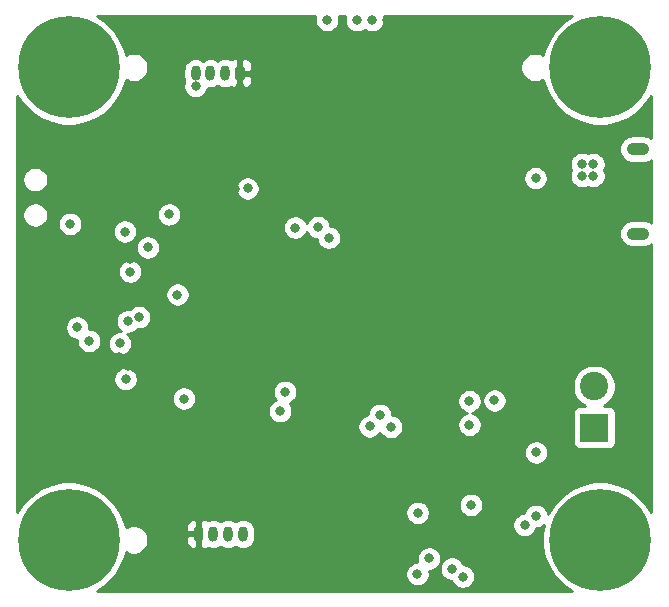
<source format=gbr>
%TF.GenerationSoftware,KiCad,Pcbnew,5.1.10-88a1d61d58~90~ubuntu20.04.1*%
%TF.CreationDate,2021-12-12T00:04:41-03:00*%
%TF.ProjectId,kicadproj,6b696361-6470-4726-9f6a-2e6b69636164,rev?*%
%TF.SameCoordinates,Original*%
%TF.FileFunction,Copper,L3,Inr*%
%TF.FilePolarity,Positive*%
%FSLAX46Y46*%
G04 Gerber Fmt 4.6, Leading zero omitted, Abs format (unit mm)*
G04 Created by KiCad (PCBNEW 5.1.10-88a1d61d58~90~ubuntu20.04.1) date 2021-12-12 00:04:41*
%MOMM*%
%LPD*%
G01*
G04 APERTURE LIST*
%TA.AperFunction,ComponentPad*%
%ADD10C,8.600000*%
%TD*%
%TA.AperFunction,ComponentPad*%
%ADD11C,0.900000*%
%TD*%
%TA.AperFunction,ComponentPad*%
%ADD12R,2.400000X2.400000*%
%TD*%
%TA.AperFunction,ComponentPad*%
%ADD13C,2.400000*%
%TD*%
%TA.AperFunction,ComponentPad*%
%ADD14O,0.800000X1.300000*%
%TD*%
%TA.AperFunction,ComponentPad*%
%ADD15O,1.900000X1.050000*%
%TD*%
%TA.AperFunction,ViaPad*%
%ADD16C,0.800000*%
%TD*%
%TA.AperFunction,Conductor*%
%ADD17C,0.254000*%
%TD*%
%TA.AperFunction,Conductor*%
%ADD18C,0.100000*%
%TD*%
G04 APERTURE END LIST*
D10*
%TO.N,GND*%
%TO.C,H1*%
X140500000Y-96000000D03*
D11*
X143725000Y-96000000D03*
X142780419Y-98280419D03*
X140500000Y-99225000D03*
X138219581Y-98280419D03*
X137275000Y-96000000D03*
X138219581Y-93719581D03*
X140500000Y-92775000D03*
X142780419Y-93719581D03*
%TD*%
%TO.N,GND*%
%TO.C,H2*%
X187780419Y-93719581D03*
X185500000Y-92775000D03*
X183219581Y-93719581D03*
X182275000Y-96000000D03*
X183219581Y-98280419D03*
X185500000Y-99225000D03*
X187780419Y-98280419D03*
X188725000Y-96000000D03*
D10*
X185500000Y-96000000D03*
%TD*%
%TO.N,GND*%
%TO.C,H3*%
X185500000Y-136000000D03*
D11*
X188725000Y-136000000D03*
X187780419Y-138280419D03*
X185500000Y-139225000D03*
X183219581Y-138280419D03*
X182275000Y-136000000D03*
X183219581Y-133719581D03*
X185500000Y-132775000D03*
X187780419Y-133719581D03*
%TD*%
%TO.N,GND*%
%TO.C,H4*%
X142780419Y-133719581D03*
X140500000Y-132775000D03*
X138219581Y-133719581D03*
X137275000Y-136000000D03*
X138219581Y-138280419D03*
X140500000Y-139225000D03*
X142780419Y-138280419D03*
X143725000Y-136000000D03*
D10*
X140500000Y-136000000D03*
%TD*%
D12*
%TO.N,+12V*%
%TO.C,J1*%
X185000000Y-126500000D03*
D13*
%TO.N,GND*%
X185000000Y-123000000D03*
%TD*%
D14*
%TO.N,GND*%
%TO.C,J2*%
X151250000Y-96500000D03*
%TO.N,I2C1_SDA*%
X152500000Y-96500000D03*
%TO.N,I2C1_SCL*%
X153750000Y-96500000D03*
%TO.N,+3V3*%
%TA.AperFunction,ComponentPad*%
G36*
G01*
X155400000Y-96050000D02*
X155400000Y-96950000D01*
G75*
G02*
X155200000Y-97150000I-200000J0D01*
G01*
X154800000Y-97150000D01*
G75*
G02*
X154600000Y-96950000I0J200000D01*
G01*
X154600000Y-96050000D01*
G75*
G02*
X154800000Y-95850000I200000J0D01*
G01*
X155200000Y-95850000D01*
G75*
G02*
X155400000Y-96050000I0J-200000D01*
G01*
G37*
%TD.AperFunction*%
%TD*%
%TO.N,+3V3*%
%TO.C,J4*%
%TA.AperFunction,ComponentPad*%
G36*
G01*
X151100000Y-135950000D02*
X151100000Y-135050000D01*
G75*
G02*
X151300000Y-134850000I200000J0D01*
G01*
X151700000Y-134850000D01*
G75*
G02*
X151900000Y-135050000I0J-200000D01*
G01*
X151900000Y-135950000D01*
G75*
G02*
X151700000Y-136150000I-200000J0D01*
G01*
X151300000Y-136150000D01*
G75*
G02*
X151100000Y-135950000I0J200000D01*
G01*
G37*
%TD.AperFunction*%
%TO.N,USART3_TX*%
X152750000Y-135500000D03*
%TO.N,USART3_RX*%
X154000000Y-135500000D03*
%TO.N,GND*%
X155250000Y-135500000D03*
%TD*%
D15*
%TO.N,Net-(J5-Pad6)*%
%TO.C,J5*%
X188700000Y-102925000D03*
X188700000Y-110075000D03*
%TD*%
D16*
%TO.N,+3V3*%
X167450000Y-92000000D03*
X165650000Y-131525000D03*
X177300000Y-138250000D03*
X175500000Y-139175000D03*
X155000000Y-97625000D03*
X151925000Y-123325000D03*
X144775000Y-120500000D03*
X140600000Y-104750000D03*
X147675000Y-108975000D03*
X154575000Y-106325000D03*
X151000000Y-106350000D03*
X145700000Y-112250000D03*
X159550000Y-121825000D03*
X160400000Y-111250000D03*
X165675000Y-129975000D03*
X166100000Y-135025000D03*
X166075000Y-137550000D03*
X145495000Y-121250000D03*
X168425000Y-130000000D03*
X168450000Y-131575000D03*
X168075000Y-135000000D03*
X168075000Y-137550000D03*
X178225000Y-137450000D03*
%TO.N,GND*%
X166200000Y-92000000D03*
X164900000Y-92000000D03*
X162375000Y-91975000D03*
X162525000Y-110425000D03*
X161625000Y-109525000D03*
X176550000Y-124200000D03*
X174425000Y-124250000D03*
X179100000Y-134750000D03*
X173875000Y-139125000D03*
X171025000Y-137575000D03*
X151250000Y-97600000D03*
X159675000Y-109575000D03*
X158825000Y-123475000D03*
X158400000Y-125100000D03*
X145325000Y-122400000D03*
X144825000Y-119375000D03*
X146450000Y-117150000D03*
X142225000Y-119150000D03*
X145700000Y-113300000D03*
X147200000Y-111250000D03*
X145250000Y-109900000D03*
X140625000Y-109250000D03*
X145515240Y-117500000D03*
X150250000Y-124050000D03*
X149000000Y-108450000D03*
X184925000Y-105200000D03*
X170050000Y-133725000D03*
X166850000Y-125425000D03*
X165975000Y-126400000D03*
X180075000Y-128600000D03*
X170025000Y-138900000D03*
X172950000Y-138450000D03*
X180050000Y-133975000D03*
X174425000Y-126275000D03*
X167775000Y-126450000D03*
X174550000Y-133050000D03*
X183950000Y-105200000D03*
X183950000Y-104200000D03*
X184925000Y-104200000D03*
X141225000Y-118025000D03*
X180025000Y-105375000D03*
%TO.N,NRST*%
X149708934Y-115234875D03*
X155650000Y-106250000D03*
%TD*%
D17*
%TO.N,+3V3*%
X161379774Y-91673102D02*
X161340000Y-91873061D01*
X161340000Y-92076939D01*
X161379774Y-92276898D01*
X161457795Y-92465256D01*
X161571063Y-92634774D01*
X161715226Y-92778937D01*
X161884744Y-92892205D01*
X162073102Y-92970226D01*
X162273061Y-93010000D01*
X162476939Y-93010000D01*
X162676898Y-92970226D01*
X162865256Y-92892205D01*
X163034774Y-92778937D01*
X163178937Y-92634774D01*
X163292205Y-92465256D01*
X163370226Y-92276898D01*
X163410000Y-92076939D01*
X163410000Y-91873061D01*
X163370226Y-91673102D01*
X163364799Y-91660000D01*
X163920556Y-91660000D01*
X163904774Y-91698102D01*
X163865000Y-91898061D01*
X163865000Y-92101939D01*
X163904774Y-92301898D01*
X163982795Y-92490256D01*
X164096063Y-92659774D01*
X164240226Y-92803937D01*
X164409744Y-92917205D01*
X164598102Y-92995226D01*
X164798061Y-93035000D01*
X165001939Y-93035000D01*
X165201898Y-92995226D01*
X165390256Y-92917205D01*
X165550000Y-92810468D01*
X165709744Y-92917205D01*
X165898102Y-92995226D01*
X166098061Y-93035000D01*
X166301939Y-93035000D01*
X166501898Y-92995226D01*
X166690256Y-92917205D01*
X166859774Y-92803937D01*
X167003937Y-92659774D01*
X167117205Y-92490256D01*
X167195226Y-92301898D01*
X167235000Y-92101939D01*
X167235000Y-91898061D01*
X167195226Y-91698102D01*
X167179444Y-91660000D01*
X183112504Y-91660000D01*
X182354121Y-92166735D01*
X181666735Y-92854121D01*
X181126660Y-93662401D01*
X180754650Y-94560514D01*
X180677322Y-94949268D01*
X180592074Y-94892307D01*
X180364598Y-94798083D01*
X180123110Y-94750048D01*
X179876890Y-94750048D01*
X179635402Y-94798083D01*
X179407926Y-94892307D01*
X179203202Y-95029099D01*
X179029099Y-95203202D01*
X178892307Y-95407926D01*
X178798083Y-95635402D01*
X178750048Y-95876890D01*
X178750048Y-96123110D01*
X178798083Y-96364598D01*
X178892307Y-96592074D01*
X179029099Y-96796798D01*
X179203202Y-96970901D01*
X179407926Y-97107693D01*
X179635402Y-97201917D01*
X179876890Y-97249952D01*
X180123110Y-97249952D01*
X180364598Y-97201917D01*
X180592074Y-97107693D01*
X180677322Y-97050732D01*
X180754650Y-97439486D01*
X181126660Y-98337599D01*
X181666735Y-99145879D01*
X182354121Y-99833265D01*
X183162401Y-100373340D01*
X184060514Y-100745350D01*
X185013945Y-100935000D01*
X185986055Y-100935000D01*
X186939486Y-100745350D01*
X187837599Y-100373340D01*
X188645879Y-99833265D01*
X189333265Y-99145879D01*
X189840000Y-98387496D01*
X189840000Y-102011160D01*
X189772579Y-101955829D01*
X189571060Y-101848115D01*
X189352400Y-101781785D01*
X189181979Y-101765000D01*
X188218021Y-101765000D01*
X188047600Y-101781785D01*
X187828940Y-101848115D01*
X187627421Y-101955829D01*
X187450788Y-102100788D01*
X187305829Y-102277421D01*
X187198115Y-102478940D01*
X187131785Y-102697600D01*
X187109388Y-102925000D01*
X187131785Y-103152400D01*
X187198115Y-103371060D01*
X187305829Y-103572579D01*
X187450788Y-103749212D01*
X187627421Y-103894171D01*
X187828940Y-104001885D01*
X188047600Y-104068215D01*
X188218021Y-104085000D01*
X189181979Y-104085000D01*
X189352400Y-104068215D01*
X189571060Y-104001885D01*
X189772579Y-103894171D01*
X189840000Y-103838840D01*
X189840000Y-109161160D01*
X189772579Y-109105829D01*
X189571060Y-108998115D01*
X189352400Y-108931785D01*
X189181979Y-108915000D01*
X188218021Y-108915000D01*
X188047600Y-108931785D01*
X187828940Y-108998115D01*
X187627421Y-109105829D01*
X187450788Y-109250788D01*
X187305829Y-109427421D01*
X187198115Y-109628940D01*
X187131785Y-109847600D01*
X187109388Y-110075000D01*
X187131785Y-110302400D01*
X187198115Y-110521060D01*
X187305829Y-110722579D01*
X187450788Y-110899212D01*
X187627421Y-111044171D01*
X187828940Y-111151885D01*
X188047600Y-111218215D01*
X188218021Y-111235000D01*
X189181979Y-111235000D01*
X189352400Y-111218215D01*
X189571060Y-111151885D01*
X189772579Y-111044171D01*
X189840000Y-110988840D01*
X189840001Y-133612506D01*
X189333265Y-132854121D01*
X188645879Y-132166735D01*
X187837599Y-131626660D01*
X186939486Y-131254650D01*
X185986055Y-131065000D01*
X185013945Y-131065000D01*
X184060514Y-131254650D01*
X183162401Y-131626660D01*
X182354121Y-132166735D01*
X181666735Y-132854121D01*
X181126660Y-133662401D01*
X181070207Y-133798691D01*
X181045226Y-133673102D01*
X180967205Y-133484744D01*
X180853937Y-133315226D01*
X180709774Y-133171063D01*
X180540256Y-133057795D01*
X180351898Y-132979774D01*
X180151939Y-132940000D01*
X179948061Y-132940000D01*
X179748102Y-132979774D01*
X179559744Y-133057795D01*
X179390226Y-133171063D01*
X179246063Y-133315226D01*
X179132795Y-133484744D01*
X179054774Y-133673102D01*
X179046440Y-133715000D01*
X178998061Y-133715000D01*
X178798102Y-133754774D01*
X178609744Y-133832795D01*
X178440226Y-133946063D01*
X178296063Y-134090226D01*
X178182795Y-134259744D01*
X178104774Y-134448102D01*
X178065000Y-134648061D01*
X178065000Y-134851939D01*
X178104774Y-135051898D01*
X178182795Y-135240256D01*
X178296063Y-135409774D01*
X178440226Y-135553937D01*
X178609744Y-135667205D01*
X178798102Y-135745226D01*
X178998061Y-135785000D01*
X179201939Y-135785000D01*
X179401898Y-135745226D01*
X179590256Y-135667205D01*
X179759774Y-135553937D01*
X179903937Y-135409774D01*
X180017205Y-135240256D01*
X180095226Y-135051898D01*
X180103560Y-135010000D01*
X180151939Y-135010000D01*
X180351898Y-134970226D01*
X180540256Y-134892205D01*
X180709774Y-134778937D01*
X180711558Y-134777153D01*
X180565000Y-135513945D01*
X180565000Y-136486055D01*
X180754650Y-137439486D01*
X181126660Y-138337599D01*
X181666735Y-139145879D01*
X182354121Y-139833265D01*
X183112504Y-140340000D01*
X142887496Y-140340000D01*
X143645879Y-139833265D01*
X144333265Y-139145879D01*
X144565669Y-138798061D01*
X168990000Y-138798061D01*
X168990000Y-139001939D01*
X169029774Y-139201898D01*
X169107795Y-139390256D01*
X169221063Y-139559774D01*
X169365226Y-139703937D01*
X169534744Y-139817205D01*
X169723102Y-139895226D01*
X169923061Y-139935000D01*
X170126939Y-139935000D01*
X170326898Y-139895226D01*
X170515256Y-139817205D01*
X170684774Y-139703937D01*
X170828937Y-139559774D01*
X170942205Y-139390256D01*
X171020226Y-139201898D01*
X171060000Y-139001939D01*
X171060000Y-138798061D01*
X171022593Y-138610000D01*
X171126939Y-138610000D01*
X171326898Y-138570226D01*
X171515256Y-138492205D01*
X171684774Y-138378937D01*
X171715650Y-138348061D01*
X171915000Y-138348061D01*
X171915000Y-138551939D01*
X171954774Y-138751898D01*
X172032795Y-138940256D01*
X172146063Y-139109774D01*
X172290226Y-139253937D01*
X172459744Y-139367205D01*
X172648102Y-139445226D01*
X172848061Y-139485000D01*
X172903841Y-139485000D01*
X172957795Y-139615256D01*
X173071063Y-139784774D01*
X173215226Y-139928937D01*
X173384744Y-140042205D01*
X173573102Y-140120226D01*
X173773061Y-140160000D01*
X173976939Y-140160000D01*
X174176898Y-140120226D01*
X174365256Y-140042205D01*
X174534774Y-139928937D01*
X174678937Y-139784774D01*
X174792205Y-139615256D01*
X174870226Y-139426898D01*
X174910000Y-139226939D01*
X174910000Y-139023061D01*
X174870226Y-138823102D01*
X174792205Y-138634744D01*
X174678937Y-138465226D01*
X174534774Y-138321063D01*
X174365256Y-138207795D01*
X174176898Y-138129774D01*
X173976939Y-138090000D01*
X173921159Y-138090000D01*
X173867205Y-137959744D01*
X173753937Y-137790226D01*
X173609774Y-137646063D01*
X173440256Y-137532795D01*
X173251898Y-137454774D01*
X173051939Y-137415000D01*
X172848061Y-137415000D01*
X172648102Y-137454774D01*
X172459744Y-137532795D01*
X172290226Y-137646063D01*
X172146063Y-137790226D01*
X172032795Y-137959744D01*
X171954774Y-138148102D01*
X171915000Y-138348061D01*
X171715650Y-138348061D01*
X171828937Y-138234774D01*
X171942205Y-138065256D01*
X172020226Y-137876898D01*
X172060000Y-137676939D01*
X172060000Y-137473061D01*
X172020226Y-137273102D01*
X171942205Y-137084744D01*
X171828937Y-136915226D01*
X171684774Y-136771063D01*
X171515256Y-136657795D01*
X171326898Y-136579774D01*
X171126939Y-136540000D01*
X170923061Y-136540000D01*
X170723102Y-136579774D01*
X170534744Y-136657795D01*
X170365226Y-136771063D01*
X170221063Y-136915226D01*
X170107795Y-137084744D01*
X170029774Y-137273102D01*
X169990000Y-137473061D01*
X169990000Y-137676939D01*
X170027407Y-137865000D01*
X169923061Y-137865000D01*
X169723102Y-137904774D01*
X169534744Y-137982795D01*
X169365226Y-138096063D01*
X169221063Y-138240226D01*
X169107795Y-138409744D01*
X169029774Y-138598102D01*
X168990000Y-138798061D01*
X144565669Y-138798061D01*
X144873340Y-138337599D01*
X145245350Y-137439486D01*
X145322678Y-137050732D01*
X145407926Y-137107693D01*
X145635402Y-137201917D01*
X145876890Y-137249952D01*
X146123110Y-137249952D01*
X146364598Y-137201917D01*
X146592074Y-137107693D01*
X146796798Y-136970901D01*
X146970901Y-136796798D01*
X147107693Y-136592074D01*
X147201917Y-136364598D01*
X147244603Y-136150000D01*
X150461928Y-136150000D01*
X150474188Y-136274482D01*
X150510498Y-136394180D01*
X150569463Y-136504494D01*
X150648815Y-136601185D01*
X150745506Y-136680537D01*
X150855820Y-136739502D01*
X150975518Y-136775812D01*
X151100000Y-136788072D01*
X151214250Y-136785000D01*
X151373000Y-136626250D01*
X151373000Y-135627000D01*
X150623750Y-135627000D01*
X150465000Y-135785750D01*
X150461928Y-136150000D01*
X147244603Y-136150000D01*
X147249952Y-136123110D01*
X147249952Y-135876890D01*
X147201917Y-135635402D01*
X147107693Y-135407926D01*
X146970901Y-135203202D01*
X146796798Y-135029099D01*
X146592074Y-134892307D01*
X146489937Y-134850000D01*
X150461928Y-134850000D01*
X150465000Y-135214250D01*
X150623750Y-135373000D01*
X151373000Y-135373000D01*
X151373000Y-134373750D01*
X151627000Y-134373750D01*
X151627000Y-135373000D01*
X151647000Y-135373000D01*
X151647000Y-135627000D01*
X151627000Y-135627000D01*
X151627000Y-136626250D01*
X151785750Y-136785000D01*
X151900000Y-136788072D01*
X152024482Y-136775812D01*
X152144180Y-136739502D01*
X152254494Y-136680537D01*
X152270594Y-136667324D01*
X152352008Y-136710841D01*
X152547106Y-136770024D01*
X152750000Y-136790007D01*
X152952895Y-136770024D01*
X153147993Y-136710841D01*
X153327797Y-136614734D01*
X153375001Y-136575995D01*
X153422204Y-136614734D01*
X153602008Y-136710841D01*
X153797106Y-136770024D01*
X154000000Y-136790007D01*
X154202895Y-136770024D01*
X154397993Y-136710841D01*
X154577797Y-136614734D01*
X154625001Y-136575995D01*
X154672204Y-136614734D01*
X154852008Y-136710841D01*
X155047106Y-136770024D01*
X155250000Y-136790007D01*
X155452895Y-136770024D01*
X155647993Y-136710841D01*
X155827797Y-136614734D01*
X155985396Y-136485396D01*
X156114734Y-136327797D01*
X156210841Y-136147992D01*
X156270024Y-135952894D01*
X156285000Y-135800837D01*
X156285000Y-135199162D01*
X156270024Y-135047105D01*
X156210841Y-134852007D01*
X156114734Y-134672203D01*
X155985396Y-134514604D01*
X155827797Y-134385266D01*
X155647992Y-134289159D01*
X155452894Y-134229976D01*
X155250000Y-134209993D01*
X155047105Y-134229976D01*
X154852007Y-134289159D01*
X154672203Y-134385266D01*
X154625000Y-134424004D01*
X154577797Y-134385266D01*
X154397992Y-134289159D01*
X154202894Y-134229976D01*
X154000000Y-134209993D01*
X153797105Y-134229976D01*
X153602007Y-134289159D01*
X153422203Y-134385266D01*
X153375000Y-134424004D01*
X153327797Y-134385266D01*
X153147992Y-134289159D01*
X152952894Y-134229976D01*
X152750000Y-134209993D01*
X152547105Y-134229976D01*
X152352007Y-134289159D01*
X152270593Y-134332675D01*
X152254494Y-134319463D01*
X152144180Y-134260498D01*
X152024482Y-134224188D01*
X151900000Y-134211928D01*
X151785750Y-134215000D01*
X151627000Y-134373750D01*
X151373000Y-134373750D01*
X151214250Y-134215000D01*
X151100000Y-134211928D01*
X150975518Y-134224188D01*
X150855820Y-134260498D01*
X150745506Y-134319463D01*
X150648815Y-134398815D01*
X150569463Y-134495506D01*
X150510498Y-134605820D01*
X150474188Y-134725518D01*
X150461928Y-134850000D01*
X146489937Y-134850000D01*
X146364598Y-134798083D01*
X146123110Y-134750048D01*
X145876890Y-134750048D01*
X145635402Y-134798083D01*
X145407926Y-134892307D01*
X145322678Y-134949268D01*
X145245350Y-134560514D01*
X144873340Y-133662401D01*
X144847054Y-133623061D01*
X169015000Y-133623061D01*
X169015000Y-133826939D01*
X169054774Y-134026898D01*
X169132795Y-134215256D01*
X169246063Y-134384774D01*
X169390226Y-134528937D01*
X169559744Y-134642205D01*
X169748102Y-134720226D01*
X169948061Y-134760000D01*
X170151939Y-134760000D01*
X170351898Y-134720226D01*
X170540256Y-134642205D01*
X170709774Y-134528937D01*
X170853937Y-134384774D01*
X170967205Y-134215256D01*
X171045226Y-134026898D01*
X171085000Y-133826939D01*
X171085000Y-133623061D01*
X171045226Y-133423102D01*
X170967205Y-133234744D01*
X170853937Y-133065226D01*
X170736772Y-132948061D01*
X173515000Y-132948061D01*
X173515000Y-133151939D01*
X173554774Y-133351898D01*
X173632795Y-133540256D01*
X173746063Y-133709774D01*
X173890226Y-133853937D01*
X174059744Y-133967205D01*
X174248102Y-134045226D01*
X174448061Y-134085000D01*
X174651939Y-134085000D01*
X174851898Y-134045226D01*
X175040256Y-133967205D01*
X175209774Y-133853937D01*
X175353937Y-133709774D01*
X175467205Y-133540256D01*
X175545226Y-133351898D01*
X175585000Y-133151939D01*
X175585000Y-132948061D01*
X175545226Y-132748102D01*
X175467205Y-132559744D01*
X175353937Y-132390226D01*
X175209774Y-132246063D01*
X175040256Y-132132795D01*
X174851898Y-132054774D01*
X174651939Y-132015000D01*
X174448061Y-132015000D01*
X174248102Y-132054774D01*
X174059744Y-132132795D01*
X173890226Y-132246063D01*
X173746063Y-132390226D01*
X173632795Y-132559744D01*
X173554774Y-132748102D01*
X173515000Y-132948061D01*
X170736772Y-132948061D01*
X170709774Y-132921063D01*
X170540256Y-132807795D01*
X170351898Y-132729774D01*
X170151939Y-132690000D01*
X169948061Y-132690000D01*
X169748102Y-132729774D01*
X169559744Y-132807795D01*
X169390226Y-132921063D01*
X169246063Y-133065226D01*
X169132795Y-133234744D01*
X169054774Y-133423102D01*
X169015000Y-133623061D01*
X144847054Y-133623061D01*
X144333265Y-132854121D01*
X143645879Y-132166735D01*
X142837599Y-131626660D01*
X141939486Y-131254650D01*
X140986055Y-131065000D01*
X140013945Y-131065000D01*
X139060514Y-131254650D01*
X138162401Y-131626660D01*
X137354121Y-132166735D01*
X136666735Y-132854121D01*
X136160000Y-133612504D01*
X136160000Y-128498061D01*
X179040000Y-128498061D01*
X179040000Y-128701939D01*
X179079774Y-128901898D01*
X179157795Y-129090256D01*
X179271063Y-129259774D01*
X179415226Y-129403937D01*
X179584744Y-129517205D01*
X179773102Y-129595226D01*
X179973061Y-129635000D01*
X180176939Y-129635000D01*
X180376898Y-129595226D01*
X180565256Y-129517205D01*
X180734774Y-129403937D01*
X180878937Y-129259774D01*
X180992205Y-129090256D01*
X181070226Y-128901898D01*
X181110000Y-128701939D01*
X181110000Y-128498061D01*
X181070226Y-128298102D01*
X180992205Y-128109744D01*
X180878937Y-127940226D01*
X180734774Y-127796063D01*
X180565256Y-127682795D01*
X180376898Y-127604774D01*
X180176939Y-127565000D01*
X179973061Y-127565000D01*
X179773102Y-127604774D01*
X179584744Y-127682795D01*
X179415226Y-127796063D01*
X179271063Y-127940226D01*
X179157795Y-128109744D01*
X179079774Y-128298102D01*
X179040000Y-128498061D01*
X136160000Y-128498061D01*
X136160000Y-126298061D01*
X164940000Y-126298061D01*
X164940000Y-126501939D01*
X164979774Y-126701898D01*
X165057795Y-126890256D01*
X165171063Y-127059774D01*
X165315226Y-127203937D01*
X165484744Y-127317205D01*
X165673102Y-127395226D01*
X165873061Y-127435000D01*
X166076939Y-127435000D01*
X166276898Y-127395226D01*
X166465256Y-127317205D01*
X166634774Y-127203937D01*
X166778937Y-127059774D01*
X166858296Y-126941005D01*
X166971063Y-127109774D01*
X167115226Y-127253937D01*
X167284744Y-127367205D01*
X167473102Y-127445226D01*
X167673061Y-127485000D01*
X167876939Y-127485000D01*
X168076898Y-127445226D01*
X168265256Y-127367205D01*
X168434774Y-127253937D01*
X168578937Y-127109774D01*
X168692205Y-126940256D01*
X168770226Y-126751898D01*
X168810000Y-126551939D01*
X168810000Y-126348061D01*
X168770226Y-126148102D01*
X168692205Y-125959744D01*
X168578937Y-125790226D01*
X168434774Y-125646063D01*
X168265256Y-125532795D01*
X168076898Y-125454774D01*
X167885000Y-125416603D01*
X167885000Y-125323061D01*
X167845226Y-125123102D01*
X167767205Y-124934744D01*
X167653937Y-124765226D01*
X167509774Y-124621063D01*
X167340256Y-124507795D01*
X167151898Y-124429774D01*
X166951939Y-124390000D01*
X166748061Y-124390000D01*
X166548102Y-124429774D01*
X166359744Y-124507795D01*
X166190226Y-124621063D01*
X166046063Y-124765226D01*
X165932795Y-124934744D01*
X165854774Y-125123102D01*
X165815000Y-125323061D01*
X165815000Y-125376549D01*
X165673102Y-125404774D01*
X165484744Y-125482795D01*
X165315226Y-125596063D01*
X165171063Y-125740226D01*
X165057795Y-125909744D01*
X164979774Y-126098102D01*
X164940000Y-126298061D01*
X136160000Y-126298061D01*
X136160000Y-123948061D01*
X149215000Y-123948061D01*
X149215000Y-124151939D01*
X149254774Y-124351898D01*
X149332795Y-124540256D01*
X149446063Y-124709774D01*
X149590226Y-124853937D01*
X149759744Y-124967205D01*
X149948102Y-125045226D01*
X150148061Y-125085000D01*
X150351939Y-125085000D01*
X150551898Y-125045226D01*
X150665763Y-124998061D01*
X157365000Y-124998061D01*
X157365000Y-125201939D01*
X157404774Y-125401898D01*
X157482795Y-125590256D01*
X157596063Y-125759774D01*
X157740226Y-125903937D01*
X157909744Y-126017205D01*
X158098102Y-126095226D01*
X158298061Y-126135000D01*
X158501939Y-126135000D01*
X158701898Y-126095226D01*
X158890256Y-126017205D01*
X159059774Y-125903937D01*
X159203937Y-125759774D01*
X159317205Y-125590256D01*
X159395226Y-125401898D01*
X159435000Y-125201939D01*
X159435000Y-124998061D01*
X159395226Y-124798102D01*
X159317205Y-124609744D01*
X159203937Y-124440226D01*
X159202586Y-124438875D01*
X159315256Y-124392205D01*
X159484774Y-124278937D01*
X159615650Y-124148061D01*
X173390000Y-124148061D01*
X173390000Y-124351939D01*
X173429774Y-124551898D01*
X173507795Y-124740256D01*
X173621063Y-124909774D01*
X173765226Y-125053937D01*
X173934744Y-125167205D01*
X174123102Y-125245226D01*
X174209945Y-125262500D01*
X174123102Y-125279774D01*
X173934744Y-125357795D01*
X173765226Y-125471063D01*
X173621063Y-125615226D01*
X173507795Y-125784744D01*
X173429774Y-125973102D01*
X173390000Y-126173061D01*
X173390000Y-126376939D01*
X173429774Y-126576898D01*
X173507795Y-126765256D01*
X173621063Y-126934774D01*
X173765226Y-127078937D01*
X173934744Y-127192205D01*
X174123102Y-127270226D01*
X174323061Y-127310000D01*
X174526939Y-127310000D01*
X174726898Y-127270226D01*
X174915256Y-127192205D01*
X175084774Y-127078937D01*
X175228937Y-126934774D01*
X175342205Y-126765256D01*
X175420226Y-126576898D01*
X175460000Y-126376939D01*
X175460000Y-126173061D01*
X175420226Y-125973102D01*
X175342205Y-125784744D01*
X175228937Y-125615226D01*
X175084774Y-125471063D01*
X174915256Y-125357795D01*
X174775728Y-125300000D01*
X183161928Y-125300000D01*
X183161928Y-127700000D01*
X183174188Y-127824482D01*
X183210498Y-127944180D01*
X183269463Y-128054494D01*
X183348815Y-128151185D01*
X183445506Y-128230537D01*
X183555820Y-128289502D01*
X183675518Y-128325812D01*
X183800000Y-128338072D01*
X186200000Y-128338072D01*
X186324482Y-128325812D01*
X186444180Y-128289502D01*
X186554494Y-128230537D01*
X186651185Y-128151185D01*
X186730537Y-128054494D01*
X186789502Y-127944180D01*
X186825812Y-127824482D01*
X186838072Y-127700000D01*
X186838072Y-125300000D01*
X186825812Y-125175518D01*
X186789502Y-125055820D01*
X186730537Y-124945506D01*
X186651185Y-124848815D01*
X186554494Y-124769463D01*
X186444180Y-124710498D01*
X186324482Y-124674188D01*
X186200000Y-124661928D01*
X185782838Y-124661928D01*
X185869199Y-124626156D01*
X186169744Y-124425338D01*
X186425338Y-124169744D01*
X186626156Y-123869199D01*
X186764482Y-123535250D01*
X186835000Y-123180732D01*
X186835000Y-122819268D01*
X186764482Y-122464750D01*
X186626156Y-122130801D01*
X186425338Y-121830256D01*
X186169744Y-121574662D01*
X185869199Y-121373844D01*
X185535250Y-121235518D01*
X185180732Y-121165000D01*
X184819268Y-121165000D01*
X184464750Y-121235518D01*
X184130801Y-121373844D01*
X183830256Y-121574662D01*
X183574662Y-121830256D01*
X183373844Y-122130801D01*
X183235518Y-122464750D01*
X183165000Y-122819268D01*
X183165000Y-123180732D01*
X183235518Y-123535250D01*
X183373844Y-123869199D01*
X183574662Y-124169744D01*
X183830256Y-124425338D01*
X184130801Y-124626156D01*
X184217162Y-124661928D01*
X183800000Y-124661928D01*
X183675518Y-124674188D01*
X183555820Y-124710498D01*
X183445506Y-124769463D01*
X183348815Y-124848815D01*
X183269463Y-124945506D01*
X183210498Y-125055820D01*
X183174188Y-125175518D01*
X183161928Y-125300000D01*
X174775728Y-125300000D01*
X174726898Y-125279774D01*
X174640055Y-125262500D01*
X174726898Y-125245226D01*
X174915256Y-125167205D01*
X175084774Y-125053937D01*
X175228937Y-124909774D01*
X175342205Y-124740256D01*
X175420226Y-124551898D01*
X175460000Y-124351939D01*
X175460000Y-124148061D01*
X175450055Y-124098061D01*
X175515000Y-124098061D01*
X175515000Y-124301939D01*
X175554774Y-124501898D01*
X175632795Y-124690256D01*
X175746063Y-124859774D01*
X175890226Y-125003937D01*
X176059744Y-125117205D01*
X176248102Y-125195226D01*
X176448061Y-125235000D01*
X176651939Y-125235000D01*
X176851898Y-125195226D01*
X177040256Y-125117205D01*
X177209774Y-125003937D01*
X177353937Y-124859774D01*
X177467205Y-124690256D01*
X177545226Y-124501898D01*
X177585000Y-124301939D01*
X177585000Y-124098061D01*
X177545226Y-123898102D01*
X177467205Y-123709744D01*
X177353937Y-123540226D01*
X177209774Y-123396063D01*
X177040256Y-123282795D01*
X176851898Y-123204774D01*
X176651939Y-123165000D01*
X176448061Y-123165000D01*
X176248102Y-123204774D01*
X176059744Y-123282795D01*
X175890226Y-123396063D01*
X175746063Y-123540226D01*
X175632795Y-123709744D01*
X175554774Y-123898102D01*
X175515000Y-124098061D01*
X175450055Y-124098061D01*
X175420226Y-123948102D01*
X175342205Y-123759744D01*
X175228937Y-123590226D01*
X175084774Y-123446063D01*
X174915256Y-123332795D01*
X174726898Y-123254774D01*
X174526939Y-123215000D01*
X174323061Y-123215000D01*
X174123102Y-123254774D01*
X173934744Y-123332795D01*
X173765226Y-123446063D01*
X173621063Y-123590226D01*
X173507795Y-123759744D01*
X173429774Y-123948102D01*
X173390000Y-124148061D01*
X159615650Y-124148061D01*
X159628937Y-124134774D01*
X159742205Y-123965256D01*
X159820226Y-123776898D01*
X159860000Y-123576939D01*
X159860000Y-123373061D01*
X159820226Y-123173102D01*
X159742205Y-122984744D01*
X159628937Y-122815226D01*
X159484774Y-122671063D01*
X159315256Y-122557795D01*
X159126898Y-122479774D01*
X158926939Y-122440000D01*
X158723061Y-122440000D01*
X158523102Y-122479774D01*
X158334744Y-122557795D01*
X158165226Y-122671063D01*
X158021063Y-122815226D01*
X157907795Y-122984744D01*
X157829774Y-123173102D01*
X157790000Y-123373061D01*
X157790000Y-123576939D01*
X157829774Y-123776898D01*
X157907795Y-123965256D01*
X158021063Y-124134774D01*
X158022414Y-124136125D01*
X157909744Y-124182795D01*
X157740226Y-124296063D01*
X157596063Y-124440226D01*
X157482795Y-124609744D01*
X157404774Y-124798102D01*
X157365000Y-124998061D01*
X150665763Y-124998061D01*
X150740256Y-124967205D01*
X150909774Y-124853937D01*
X151053937Y-124709774D01*
X151167205Y-124540256D01*
X151245226Y-124351898D01*
X151285000Y-124151939D01*
X151285000Y-123948061D01*
X151245226Y-123748102D01*
X151167205Y-123559744D01*
X151053937Y-123390226D01*
X150909774Y-123246063D01*
X150740256Y-123132795D01*
X150551898Y-123054774D01*
X150351939Y-123015000D01*
X150148061Y-123015000D01*
X149948102Y-123054774D01*
X149759744Y-123132795D01*
X149590226Y-123246063D01*
X149446063Y-123390226D01*
X149332795Y-123559744D01*
X149254774Y-123748102D01*
X149215000Y-123948061D01*
X136160000Y-123948061D01*
X136160000Y-122298061D01*
X144290000Y-122298061D01*
X144290000Y-122501939D01*
X144329774Y-122701898D01*
X144407795Y-122890256D01*
X144521063Y-123059774D01*
X144665226Y-123203937D01*
X144834744Y-123317205D01*
X145023102Y-123395226D01*
X145223061Y-123435000D01*
X145426939Y-123435000D01*
X145626898Y-123395226D01*
X145815256Y-123317205D01*
X145984774Y-123203937D01*
X146128937Y-123059774D01*
X146242205Y-122890256D01*
X146320226Y-122701898D01*
X146360000Y-122501939D01*
X146360000Y-122298061D01*
X146320226Y-122098102D01*
X146242205Y-121909744D01*
X146128937Y-121740226D01*
X145984774Y-121596063D01*
X145815256Y-121482795D01*
X145626898Y-121404774D01*
X145426939Y-121365000D01*
X145223061Y-121365000D01*
X145023102Y-121404774D01*
X144834744Y-121482795D01*
X144665226Y-121596063D01*
X144521063Y-121740226D01*
X144407795Y-121909744D01*
X144329774Y-122098102D01*
X144290000Y-122298061D01*
X136160000Y-122298061D01*
X136160000Y-117923061D01*
X140190000Y-117923061D01*
X140190000Y-118126939D01*
X140229774Y-118326898D01*
X140307795Y-118515256D01*
X140421063Y-118684774D01*
X140565226Y-118828937D01*
X140734744Y-118942205D01*
X140923102Y-119020226D01*
X141123061Y-119060000D01*
X141190000Y-119060000D01*
X141190000Y-119251939D01*
X141229774Y-119451898D01*
X141307795Y-119640256D01*
X141421063Y-119809774D01*
X141565226Y-119953937D01*
X141734744Y-120067205D01*
X141923102Y-120145226D01*
X142123061Y-120185000D01*
X142326939Y-120185000D01*
X142526898Y-120145226D01*
X142715256Y-120067205D01*
X142884774Y-119953937D01*
X143028937Y-119809774D01*
X143142205Y-119640256D01*
X143220226Y-119451898D01*
X143255798Y-119273061D01*
X143790000Y-119273061D01*
X143790000Y-119476939D01*
X143829774Y-119676898D01*
X143907795Y-119865256D01*
X144021063Y-120034774D01*
X144165226Y-120178937D01*
X144334744Y-120292205D01*
X144523102Y-120370226D01*
X144723061Y-120410000D01*
X144926939Y-120410000D01*
X145126898Y-120370226D01*
X145315256Y-120292205D01*
X145484774Y-120178937D01*
X145628937Y-120034774D01*
X145742205Y-119865256D01*
X145820226Y-119676898D01*
X145860000Y-119476939D01*
X145860000Y-119273061D01*
X145820226Y-119073102D01*
X145742205Y-118884744D01*
X145628937Y-118715226D01*
X145484774Y-118571063D01*
X145430802Y-118535000D01*
X145617179Y-118535000D01*
X145817138Y-118495226D01*
X146005496Y-118417205D01*
X146175014Y-118303937D01*
X146302928Y-118176023D01*
X146348061Y-118185000D01*
X146551939Y-118185000D01*
X146751898Y-118145226D01*
X146940256Y-118067205D01*
X147109774Y-117953937D01*
X147253937Y-117809774D01*
X147367205Y-117640256D01*
X147445226Y-117451898D01*
X147485000Y-117251939D01*
X147485000Y-117048061D01*
X147445226Y-116848102D01*
X147367205Y-116659744D01*
X147253937Y-116490226D01*
X147109774Y-116346063D01*
X146940256Y-116232795D01*
X146751898Y-116154774D01*
X146551939Y-116115000D01*
X146348061Y-116115000D01*
X146148102Y-116154774D01*
X145959744Y-116232795D01*
X145790226Y-116346063D01*
X145662312Y-116473977D01*
X145617179Y-116465000D01*
X145413301Y-116465000D01*
X145213342Y-116504774D01*
X145024984Y-116582795D01*
X144855466Y-116696063D01*
X144711303Y-116840226D01*
X144598035Y-117009744D01*
X144520014Y-117198102D01*
X144480240Y-117398061D01*
X144480240Y-117601939D01*
X144520014Y-117801898D01*
X144598035Y-117990256D01*
X144711303Y-118159774D01*
X144855466Y-118303937D01*
X144909438Y-118340000D01*
X144723061Y-118340000D01*
X144523102Y-118379774D01*
X144334744Y-118457795D01*
X144165226Y-118571063D01*
X144021063Y-118715226D01*
X143907795Y-118884744D01*
X143829774Y-119073102D01*
X143790000Y-119273061D01*
X143255798Y-119273061D01*
X143260000Y-119251939D01*
X143260000Y-119048061D01*
X143220226Y-118848102D01*
X143142205Y-118659744D01*
X143028937Y-118490226D01*
X142884774Y-118346063D01*
X142715256Y-118232795D01*
X142526898Y-118154774D01*
X142326939Y-118115000D01*
X142260000Y-118115000D01*
X142260000Y-117923061D01*
X142220226Y-117723102D01*
X142142205Y-117534744D01*
X142028937Y-117365226D01*
X141884774Y-117221063D01*
X141715256Y-117107795D01*
X141526898Y-117029774D01*
X141326939Y-116990000D01*
X141123061Y-116990000D01*
X140923102Y-117029774D01*
X140734744Y-117107795D01*
X140565226Y-117221063D01*
X140421063Y-117365226D01*
X140307795Y-117534744D01*
X140229774Y-117723102D01*
X140190000Y-117923061D01*
X136160000Y-117923061D01*
X136160000Y-115132936D01*
X148673934Y-115132936D01*
X148673934Y-115336814D01*
X148713708Y-115536773D01*
X148791729Y-115725131D01*
X148904997Y-115894649D01*
X149049160Y-116038812D01*
X149218678Y-116152080D01*
X149407036Y-116230101D01*
X149606995Y-116269875D01*
X149810873Y-116269875D01*
X150010832Y-116230101D01*
X150199190Y-116152080D01*
X150368708Y-116038812D01*
X150512871Y-115894649D01*
X150626139Y-115725131D01*
X150704160Y-115536773D01*
X150743934Y-115336814D01*
X150743934Y-115132936D01*
X150704160Y-114932977D01*
X150626139Y-114744619D01*
X150512871Y-114575101D01*
X150368708Y-114430938D01*
X150199190Y-114317670D01*
X150010832Y-114239649D01*
X149810873Y-114199875D01*
X149606995Y-114199875D01*
X149407036Y-114239649D01*
X149218678Y-114317670D01*
X149049160Y-114430938D01*
X148904997Y-114575101D01*
X148791729Y-114744619D01*
X148713708Y-114932977D01*
X148673934Y-115132936D01*
X136160000Y-115132936D01*
X136160000Y-113198061D01*
X144665000Y-113198061D01*
X144665000Y-113401939D01*
X144704774Y-113601898D01*
X144782795Y-113790256D01*
X144896063Y-113959774D01*
X145040226Y-114103937D01*
X145209744Y-114217205D01*
X145398102Y-114295226D01*
X145598061Y-114335000D01*
X145801939Y-114335000D01*
X146001898Y-114295226D01*
X146190256Y-114217205D01*
X146359774Y-114103937D01*
X146503937Y-113959774D01*
X146617205Y-113790256D01*
X146695226Y-113601898D01*
X146735000Y-113401939D01*
X146735000Y-113198061D01*
X146695226Y-112998102D01*
X146617205Y-112809744D01*
X146503937Y-112640226D01*
X146359774Y-112496063D01*
X146190256Y-112382795D01*
X146001898Y-112304774D01*
X145801939Y-112265000D01*
X145598061Y-112265000D01*
X145398102Y-112304774D01*
X145209744Y-112382795D01*
X145040226Y-112496063D01*
X144896063Y-112640226D01*
X144782795Y-112809744D01*
X144704774Y-112998102D01*
X144665000Y-113198061D01*
X136160000Y-113198061D01*
X136160000Y-111148061D01*
X146165000Y-111148061D01*
X146165000Y-111351939D01*
X146204774Y-111551898D01*
X146282795Y-111740256D01*
X146396063Y-111909774D01*
X146540226Y-112053937D01*
X146709744Y-112167205D01*
X146898102Y-112245226D01*
X147098061Y-112285000D01*
X147301939Y-112285000D01*
X147501898Y-112245226D01*
X147690256Y-112167205D01*
X147859774Y-112053937D01*
X148003937Y-111909774D01*
X148117205Y-111740256D01*
X148195226Y-111551898D01*
X148235000Y-111351939D01*
X148235000Y-111148061D01*
X148195226Y-110948102D01*
X148117205Y-110759744D01*
X148003937Y-110590226D01*
X147859774Y-110446063D01*
X147690256Y-110332795D01*
X147501898Y-110254774D01*
X147301939Y-110215000D01*
X147098061Y-110215000D01*
X146898102Y-110254774D01*
X146709744Y-110332795D01*
X146540226Y-110446063D01*
X146396063Y-110590226D01*
X146282795Y-110759744D01*
X146204774Y-110948102D01*
X146165000Y-111148061D01*
X136160000Y-111148061D01*
X136160000Y-108393137D01*
X136585000Y-108393137D01*
X136585000Y-108606863D01*
X136626696Y-108816483D01*
X136708485Y-109013940D01*
X136827225Y-109191647D01*
X136978353Y-109342775D01*
X137156060Y-109461515D01*
X137353517Y-109543304D01*
X137563137Y-109585000D01*
X137776863Y-109585000D01*
X137986483Y-109543304D01*
X138183940Y-109461515D01*
X138361647Y-109342775D01*
X138512775Y-109191647D01*
X138541898Y-109148061D01*
X139590000Y-109148061D01*
X139590000Y-109351939D01*
X139629774Y-109551898D01*
X139707795Y-109740256D01*
X139821063Y-109909774D01*
X139965226Y-110053937D01*
X140134744Y-110167205D01*
X140323102Y-110245226D01*
X140523061Y-110285000D01*
X140726939Y-110285000D01*
X140926898Y-110245226D01*
X141115256Y-110167205D01*
X141284774Y-110053937D01*
X141428937Y-109909774D01*
X141503581Y-109798061D01*
X144215000Y-109798061D01*
X144215000Y-110001939D01*
X144254774Y-110201898D01*
X144332795Y-110390256D01*
X144446063Y-110559774D01*
X144590226Y-110703937D01*
X144759744Y-110817205D01*
X144948102Y-110895226D01*
X145148061Y-110935000D01*
X145351939Y-110935000D01*
X145551898Y-110895226D01*
X145740256Y-110817205D01*
X145909774Y-110703937D01*
X146053937Y-110559774D01*
X146167205Y-110390256D01*
X146245226Y-110201898D01*
X146285000Y-110001939D01*
X146285000Y-109798061D01*
X146245226Y-109598102D01*
X146167205Y-109409744D01*
X146053937Y-109240226D01*
X145909774Y-109096063D01*
X145740256Y-108982795D01*
X145551898Y-108904774D01*
X145351939Y-108865000D01*
X145148061Y-108865000D01*
X144948102Y-108904774D01*
X144759744Y-108982795D01*
X144590226Y-109096063D01*
X144446063Y-109240226D01*
X144332795Y-109409744D01*
X144254774Y-109598102D01*
X144215000Y-109798061D01*
X141503581Y-109798061D01*
X141542205Y-109740256D01*
X141620226Y-109551898D01*
X141660000Y-109351939D01*
X141660000Y-109148061D01*
X141620226Y-108948102D01*
X141542205Y-108759744D01*
X141428937Y-108590226D01*
X141284774Y-108446063D01*
X141138104Y-108348061D01*
X147965000Y-108348061D01*
X147965000Y-108551939D01*
X148004774Y-108751898D01*
X148082795Y-108940256D01*
X148196063Y-109109774D01*
X148340226Y-109253937D01*
X148509744Y-109367205D01*
X148698102Y-109445226D01*
X148898061Y-109485000D01*
X149101939Y-109485000D01*
X149161960Y-109473061D01*
X158640000Y-109473061D01*
X158640000Y-109676939D01*
X158679774Y-109876898D01*
X158757795Y-110065256D01*
X158871063Y-110234774D01*
X159015226Y-110378937D01*
X159184744Y-110492205D01*
X159373102Y-110570226D01*
X159573061Y-110610000D01*
X159776939Y-110610000D01*
X159976898Y-110570226D01*
X160165256Y-110492205D01*
X160334774Y-110378937D01*
X160478937Y-110234774D01*
X160592205Y-110065256D01*
X160660355Y-109900728D01*
X160707795Y-110015256D01*
X160821063Y-110184774D01*
X160965226Y-110328937D01*
X161134744Y-110442205D01*
X161323102Y-110520226D01*
X161495485Y-110554515D01*
X161529774Y-110726898D01*
X161607795Y-110915256D01*
X161721063Y-111084774D01*
X161865226Y-111228937D01*
X162034744Y-111342205D01*
X162223102Y-111420226D01*
X162423061Y-111460000D01*
X162626939Y-111460000D01*
X162826898Y-111420226D01*
X163015256Y-111342205D01*
X163184774Y-111228937D01*
X163328937Y-111084774D01*
X163442205Y-110915256D01*
X163520226Y-110726898D01*
X163560000Y-110526939D01*
X163560000Y-110323061D01*
X163520226Y-110123102D01*
X163442205Y-109934744D01*
X163328937Y-109765226D01*
X163184774Y-109621063D01*
X163015256Y-109507795D01*
X162826898Y-109429774D01*
X162654515Y-109395485D01*
X162620226Y-109223102D01*
X162542205Y-109034744D01*
X162428937Y-108865226D01*
X162284774Y-108721063D01*
X162115256Y-108607795D01*
X161926898Y-108529774D01*
X161726939Y-108490000D01*
X161523061Y-108490000D01*
X161323102Y-108529774D01*
X161134744Y-108607795D01*
X160965226Y-108721063D01*
X160821063Y-108865226D01*
X160707795Y-109034744D01*
X160639645Y-109199272D01*
X160592205Y-109084744D01*
X160478937Y-108915226D01*
X160334774Y-108771063D01*
X160165256Y-108657795D01*
X159976898Y-108579774D01*
X159776939Y-108540000D01*
X159573061Y-108540000D01*
X159373102Y-108579774D01*
X159184744Y-108657795D01*
X159015226Y-108771063D01*
X158871063Y-108915226D01*
X158757795Y-109084744D01*
X158679774Y-109273102D01*
X158640000Y-109473061D01*
X149161960Y-109473061D01*
X149301898Y-109445226D01*
X149490256Y-109367205D01*
X149659774Y-109253937D01*
X149803937Y-109109774D01*
X149917205Y-108940256D01*
X149995226Y-108751898D01*
X150035000Y-108551939D01*
X150035000Y-108348061D01*
X149995226Y-108148102D01*
X149917205Y-107959744D01*
X149803937Y-107790226D01*
X149659774Y-107646063D01*
X149490256Y-107532795D01*
X149301898Y-107454774D01*
X149101939Y-107415000D01*
X148898061Y-107415000D01*
X148698102Y-107454774D01*
X148509744Y-107532795D01*
X148340226Y-107646063D01*
X148196063Y-107790226D01*
X148082795Y-107959744D01*
X148004774Y-108148102D01*
X147965000Y-108348061D01*
X141138104Y-108348061D01*
X141115256Y-108332795D01*
X140926898Y-108254774D01*
X140726939Y-108215000D01*
X140523061Y-108215000D01*
X140323102Y-108254774D01*
X140134744Y-108332795D01*
X139965226Y-108446063D01*
X139821063Y-108590226D01*
X139707795Y-108759744D01*
X139629774Y-108948102D01*
X139590000Y-109148061D01*
X138541898Y-109148061D01*
X138631515Y-109013940D01*
X138713304Y-108816483D01*
X138755000Y-108606863D01*
X138755000Y-108393137D01*
X138713304Y-108183517D01*
X138631515Y-107986060D01*
X138512775Y-107808353D01*
X138361647Y-107657225D01*
X138183940Y-107538485D01*
X137986483Y-107456696D01*
X137776863Y-107415000D01*
X137563137Y-107415000D01*
X137353517Y-107456696D01*
X137156060Y-107538485D01*
X136978353Y-107657225D01*
X136827225Y-107808353D01*
X136708485Y-107986060D01*
X136626696Y-108183517D01*
X136585000Y-108393137D01*
X136160000Y-108393137D01*
X136160000Y-105393137D01*
X136585000Y-105393137D01*
X136585000Y-105606863D01*
X136626696Y-105816483D01*
X136708485Y-106013940D01*
X136827225Y-106191647D01*
X136978353Y-106342775D01*
X137156060Y-106461515D01*
X137353517Y-106543304D01*
X137563137Y-106585000D01*
X137776863Y-106585000D01*
X137986483Y-106543304D01*
X138183940Y-106461515D01*
X138361647Y-106342775D01*
X138512775Y-106191647D01*
X138541898Y-106148061D01*
X154615000Y-106148061D01*
X154615000Y-106351939D01*
X154654774Y-106551898D01*
X154732795Y-106740256D01*
X154846063Y-106909774D01*
X154990226Y-107053937D01*
X155159744Y-107167205D01*
X155348102Y-107245226D01*
X155548061Y-107285000D01*
X155751939Y-107285000D01*
X155951898Y-107245226D01*
X156140256Y-107167205D01*
X156309774Y-107053937D01*
X156453937Y-106909774D01*
X156567205Y-106740256D01*
X156645226Y-106551898D01*
X156685000Y-106351939D01*
X156685000Y-106148061D01*
X156645226Y-105948102D01*
X156567205Y-105759744D01*
X156453937Y-105590226D01*
X156309774Y-105446063D01*
X156140256Y-105332795D01*
X155996047Y-105273061D01*
X178990000Y-105273061D01*
X178990000Y-105476939D01*
X179029774Y-105676898D01*
X179107795Y-105865256D01*
X179221063Y-106034774D01*
X179365226Y-106178937D01*
X179534744Y-106292205D01*
X179723102Y-106370226D01*
X179923061Y-106410000D01*
X180126939Y-106410000D01*
X180326898Y-106370226D01*
X180515256Y-106292205D01*
X180684774Y-106178937D01*
X180828937Y-106034774D01*
X180942205Y-105865256D01*
X181020226Y-105676898D01*
X181060000Y-105476939D01*
X181060000Y-105273061D01*
X181020226Y-105073102D01*
X180942205Y-104884744D01*
X180828937Y-104715226D01*
X180684774Y-104571063D01*
X180515256Y-104457795D01*
X180326898Y-104379774D01*
X180126939Y-104340000D01*
X179923061Y-104340000D01*
X179723102Y-104379774D01*
X179534744Y-104457795D01*
X179365226Y-104571063D01*
X179221063Y-104715226D01*
X179107795Y-104884744D01*
X179029774Y-105073102D01*
X178990000Y-105273061D01*
X155996047Y-105273061D01*
X155951898Y-105254774D01*
X155751939Y-105215000D01*
X155548061Y-105215000D01*
X155348102Y-105254774D01*
X155159744Y-105332795D01*
X154990226Y-105446063D01*
X154846063Y-105590226D01*
X154732795Y-105759744D01*
X154654774Y-105948102D01*
X154615000Y-106148061D01*
X138541898Y-106148061D01*
X138631515Y-106013940D01*
X138713304Y-105816483D01*
X138755000Y-105606863D01*
X138755000Y-105393137D01*
X138713304Y-105183517D01*
X138631515Y-104986060D01*
X138512775Y-104808353D01*
X138361647Y-104657225D01*
X138183940Y-104538485D01*
X137986483Y-104456696D01*
X137776863Y-104415000D01*
X137563137Y-104415000D01*
X137353517Y-104456696D01*
X137156060Y-104538485D01*
X136978353Y-104657225D01*
X136827225Y-104808353D01*
X136708485Y-104986060D01*
X136626696Y-105183517D01*
X136585000Y-105393137D01*
X136160000Y-105393137D01*
X136160000Y-104098061D01*
X182915000Y-104098061D01*
X182915000Y-104301939D01*
X182954774Y-104501898D01*
X183032795Y-104690256D01*
X183039306Y-104700000D01*
X183032795Y-104709744D01*
X182954774Y-104898102D01*
X182915000Y-105098061D01*
X182915000Y-105301939D01*
X182954774Y-105501898D01*
X183032795Y-105690256D01*
X183146063Y-105859774D01*
X183290226Y-106003937D01*
X183459744Y-106117205D01*
X183648102Y-106195226D01*
X183848061Y-106235000D01*
X184051939Y-106235000D01*
X184251898Y-106195226D01*
X184437500Y-106118347D01*
X184623102Y-106195226D01*
X184823061Y-106235000D01*
X185026939Y-106235000D01*
X185226898Y-106195226D01*
X185415256Y-106117205D01*
X185584774Y-106003937D01*
X185728937Y-105859774D01*
X185842205Y-105690256D01*
X185920226Y-105501898D01*
X185960000Y-105301939D01*
X185960000Y-105098061D01*
X185920226Y-104898102D01*
X185842205Y-104709744D01*
X185835694Y-104700000D01*
X185842205Y-104690256D01*
X185920226Y-104501898D01*
X185960000Y-104301939D01*
X185960000Y-104098061D01*
X185920226Y-103898102D01*
X185842205Y-103709744D01*
X185728937Y-103540226D01*
X185584774Y-103396063D01*
X185415256Y-103282795D01*
X185226898Y-103204774D01*
X185026939Y-103165000D01*
X184823061Y-103165000D01*
X184623102Y-103204774D01*
X184437500Y-103281653D01*
X184251898Y-103204774D01*
X184051939Y-103165000D01*
X183848061Y-103165000D01*
X183648102Y-103204774D01*
X183459744Y-103282795D01*
X183290226Y-103396063D01*
X183146063Y-103540226D01*
X183032795Y-103709744D01*
X182954774Y-103898102D01*
X182915000Y-104098061D01*
X136160000Y-104098061D01*
X136160000Y-98387496D01*
X136666735Y-99145879D01*
X137354121Y-99833265D01*
X138162401Y-100373340D01*
X139060514Y-100745350D01*
X140013945Y-100935000D01*
X140986055Y-100935000D01*
X141939486Y-100745350D01*
X142837599Y-100373340D01*
X143645879Y-99833265D01*
X144333265Y-99145879D01*
X144873340Y-98337599D01*
X145245350Y-97439486D01*
X145322678Y-97050732D01*
X145407926Y-97107693D01*
X145635402Y-97201917D01*
X145876890Y-97249952D01*
X146123110Y-97249952D01*
X146364598Y-97201917D01*
X146592074Y-97107693D01*
X146796798Y-96970901D01*
X146970901Y-96796798D01*
X147107693Y-96592074D01*
X147201917Y-96364598D01*
X147234824Y-96199162D01*
X150215000Y-96199162D01*
X150215000Y-96800837D01*
X150229976Y-96952894D01*
X150289159Y-97147992D01*
X150304817Y-97177287D01*
X150254774Y-97298102D01*
X150215000Y-97498061D01*
X150215000Y-97701939D01*
X150254774Y-97901898D01*
X150332795Y-98090256D01*
X150446063Y-98259774D01*
X150590226Y-98403937D01*
X150759744Y-98517205D01*
X150948102Y-98595226D01*
X151148061Y-98635000D01*
X151351939Y-98635000D01*
X151551898Y-98595226D01*
X151740256Y-98517205D01*
X151909774Y-98403937D01*
X152053937Y-98259774D01*
X152167205Y-98090256D01*
X152245226Y-97901898D01*
X152272917Y-97762686D01*
X152297105Y-97770024D01*
X152500000Y-97790007D01*
X152702894Y-97770024D01*
X152897992Y-97710841D01*
X153077797Y-97614734D01*
X153125000Y-97575996D01*
X153172203Y-97614734D01*
X153352007Y-97710841D01*
X153547105Y-97770024D01*
X153750000Y-97790007D01*
X153952894Y-97770024D01*
X154147992Y-97710841D01*
X154229406Y-97667324D01*
X154245506Y-97680537D01*
X154355820Y-97739502D01*
X154475518Y-97775812D01*
X154600000Y-97788072D01*
X154714250Y-97785000D01*
X154873000Y-97626250D01*
X154873000Y-96627000D01*
X155127000Y-96627000D01*
X155127000Y-97626250D01*
X155285750Y-97785000D01*
X155400000Y-97788072D01*
X155524482Y-97775812D01*
X155644180Y-97739502D01*
X155754494Y-97680537D01*
X155851185Y-97601185D01*
X155930537Y-97504494D01*
X155989502Y-97394180D01*
X156025812Y-97274482D01*
X156038072Y-97150000D01*
X156035000Y-96785750D01*
X155876250Y-96627000D01*
X155127000Y-96627000D01*
X154873000Y-96627000D01*
X154853000Y-96627000D01*
X154853000Y-96373000D01*
X154873000Y-96373000D01*
X154873000Y-95373750D01*
X155127000Y-95373750D01*
X155127000Y-96373000D01*
X155876250Y-96373000D01*
X156035000Y-96214250D01*
X156038072Y-95850000D01*
X156025812Y-95725518D01*
X155989502Y-95605820D01*
X155930537Y-95495506D01*
X155851185Y-95398815D01*
X155754494Y-95319463D01*
X155644180Y-95260498D01*
X155524482Y-95224188D01*
X155400000Y-95211928D01*
X155285750Y-95215000D01*
X155127000Y-95373750D01*
X154873000Y-95373750D01*
X154714250Y-95215000D01*
X154600000Y-95211928D01*
X154475518Y-95224188D01*
X154355820Y-95260498D01*
X154245506Y-95319463D01*
X154229407Y-95332675D01*
X154147993Y-95289159D01*
X153952895Y-95229976D01*
X153750000Y-95209993D01*
X153547106Y-95229976D01*
X153352008Y-95289159D01*
X153172204Y-95385266D01*
X153125001Y-95424005D01*
X153077797Y-95385266D01*
X152897993Y-95289159D01*
X152702895Y-95229976D01*
X152500000Y-95209993D01*
X152297106Y-95229976D01*
X152102008Y-95289159D01*
X151922204Y-95385266D01*
X151875001Y-95424005D01*
X151827797Y-95385266D01*
X151647993Y-95289159D01*
X151452895Y-95229976D01*
X151250000Y-95209993D01*
X151047106Y-95229976D01*
X150852008Y-95289159D01*
X150672204Y-95385266D01*
X150514605Y-95514604D01*
X150385267Y-95672203D01*
X150289159Y-95852007D01*
X150229976Y-96047105D01*
X150215000Y-96199162D01*
X147234824Y-96199162D01*
X147249952Y-96123110D01*
X147249952Y-95876890D01*
X147201917Y-95635402D01*
X147107693Y-95407926D01*
X146970901Y-95203202D01*
X146796798Y-95029099D01*
X146592074Y-94892307D01*
X146364598Y-94798083D01*
X146123110Y-94750048D01*
X145876890Y-94750048D01*
X145635402Y-94798083D01*
X145407926Y-94892307D01*
X145322678Y-94949268D01*
X145245350Y-94560514D01*
X144873340Y-93662401D01*
X144333265Y-92854121D01*
X143645879Y-92166735D01*
X142887496Y-91660000D01*
X161385201Y-91660000D01*
X161379774Y-91673102D01*
%TA.AperFunction,Conductor*%
D18*
G36*
X161379774Y-91673102D02*
G01*
X161340000Y-91873061D01*
X161340000Y-92076939D01*
X161379774Y-92276898D01*
X161457795Y-92465256D01*
X161571063Y-92634774D01*
X161715226Y-92778937D01*
X161884744Y-92892205D01*
X162073102Y-92970226D01*
X162273061Y-93010000D01*
X162476939Y-93010000D01*
X162676898Y-92970226D01*
X162865256Y-92892205D01*
X163034774Y-92778937D01*
X163178937Y-92634774D01*
X163292205Y-92465256D01*
X163370226Y-92276898D01*
X163410000Y-92076939D01*
X163410000Y-91873061D01*
X163370226Y-91673102D01*
X163364799Y-91660000D01*
X163920556Y-91660000D01*
X163904774Y-91698102D01*
X163865000Y-91898061D01*
X163865000Y-92101939D01*
X163904774Y-92301898D01*
X163982795Y-92490256D01*
X164096063Y-92659774D01*
X164240226Y-92803937D01*
X164409744Y-92917205D01*
X164598102Y-92995226D01*
X164798061Y-93035000D01*
X165001939Y-93035000D01*
X165201898Y-92995226D01*
X165390256Y-92917205D01*
X165550000Y-92810468D01*
X165709744Y-92917205D01*
X165898102Y-92995226D01*
X166098061Y-93035000D01*
X166301939Y-93035000D01*
X166501898Y-92995226D01*
X166690256Y-92917205D01*
X166859774Y-92803937D01*
X167003937Y-92659774D01*
X167117205Y-92490256D01*
X167195226Y-92301898D01*
X167235000Y-92101939D01*
X167235000Y-91898061D01*
X167195226Y-91698102D01*
X167179444Y-91660000D01*
X183112504Y-91660000D01*
X182354121Y-92166735D01*
X181666735Y-92854121D01*
X181126660Y-93662401D01*
X180754650Y-94560514D01*
X180677322Y-94949268D01*
X180592074Y-94892307D01*
X180364598Y-94798083D01*
X180123110Y-94750048D01*
X179876890Y-94750048D01*
X179635402Y-94798083D01*
X179407926Y-94892307D01*
X179203202Y-95029099D01*
X179029099Y-95203202D01*
X178892307Y-95407926D01*
X178798083Y-95635402D01*
X178750048Y-95876890D01*
X178750048Y-96123110D01*
X178798083Y-96364598D01*
X178892307Y-96592074D01*
X179029099Y-96796798D01*
X179203202Y-96970901D01*
X179407926Y-97107693D01*
X179635402Y-97201917D01*
X179876890Y-97249952D01*
X180123110Y-97249952D01*
X180364598Y-97201917D01*
X180592074Y-97107693D01*
X180677322Y-97050732D01*
X180754650Y-97439486D01*
X181126660Y-98337599D01*
X181666735Y-99145879D01*
X182354121Y-99833265D01*
X183162401Y-100373340D01*
X184060514Y-100745350D01*
X185013945Y-100935000D01*
X185986055Y-100935000D01*
X186939486Y-100745350D01*
X187837599Y-100373340D01*
X188645879Y-99833265D01*
X189333265Y-99145879D01*
X189840000Y-98387496D01*
X189840000Y-102011160D01*
X189772579Y-101955829D01*
X189571060Y-101848115D01*
X189352400Y-101781785D01*
X189181979Y-101765000D01*
X188218021Y-101765000D01*
X188047600Y-101781785D01*
X187828940Y-101848115D01*
X187627421Y-101955829D01*
X187450788Y-102100788D01*
X187305829Y-102277421D01*
X187198115Y-102478940D01*
X187131785Y-102697600D01*
X187109388Y-102925000D01*
X187131785Y-103152400D01*
X187198115Y-103371060D01*
X187305829Y-103572579D01*
X187450788Y-103749212D01*
X187627421Y-103894171D01*
X187828940Y-104001885D01*
X188047600Y-104068215D01*
X188218021Y-104085000D01*
X189181979Y-104085000D01*
X189352400Y-104068215D01*
X189571060Y-104001885D01*
X189772579Y-103894171D01*
X189840000Y-103838840D01*
X189840000Y-109161160D01*
X189772579Y-109105829D01*
X189571060Y-108998115D01*
X189352400Y-108931785D01*
X189181979Y-108915000D01*
X188218021Y-108915000D01*
X188047600Y-108931785D01*
X187828940Y-108998115D01*
X187627421Y-109105829D01*
X187450788Y-109250788D01*
X187305829Y-109427421D01*
X187198115Y-109628940D01*
X187131785Y-109847600D01*
X187109388Y-110075000D01*
X187131785Y-110302400D01*
X187198115Y-110521060D01*
X187305829Y-110722579D01*
X187450788Y-110899212D01*
X187627421Y-111044171D01*
X187828940Y-111151885D01*
X188047600Y-111218215D01*
X188218021Y-111235000D01*
X189181979Y-111235000D01*
X189352400Y-111218215D01*
X189571060Y-111151885D01*
X189772579Y-111044171D01*
X189840000Y-110988840D01*
X189840001Y-133612506D01*
X189333265Y-132854121D01*
X188645879Y-132166735D01*
X187837599Y-131626660D01*
X186939486Y-131254650D01*
X185986055Y-131065000D01*
X185013945Y-131065000D01*
X184060514Y-131254650D01*
X183162401Y-131626660D01*
X182354121Y-132166735D01*
X181666735Y-132854121D01*
X181126660Y-133662401D01*
X181070207Y-133798691D01*
X181045226Y-133673102D01*
X180967205Y-133484744D01*
X180853937Y-133315226D01*
X180709774Y-133171063D01*
X180540256Y-133057795D01*
X180351898Y-132979774D01*
X180151939Y-132940000D01*
X179948061Y-132940000D01*
X179748102Y-132979774D01*
X179559744Y-133057795D01*
X179390226Y-133171063D01*
X179246063Y-133315226D01*
X179132795Y-133484744D01*
X179054774Y-133673102D01*
X179046440Y-133715000D01*
X178998061Y-133715000D01*
X178798102Y-133754774D01*
X178609744Y-133832795D01*
X178440226Y-133946063D01*
X178296063Y-134090226D01*
X178182795Y-134259744D01*
X178104774Y-134448102D01*
X178065000Y-134648061D01*
X178065000Y-134851939D01*
X178104774Y-135051898D01*
X178182795Y-135240256D01*
X178296063Y-135409774D01*
X178440226Y-135553937D01*
X178609744Y-135667205D01*
X178798102Y-135745226D01*
X178998061Y-135785000D01*
X179201939Y-135785000D01*
X179401898Y-135745226D01*
X179590256Y-135667205D01*
X179759774Y-135553937D01*
X179903937Y-135409774D01*
X180017205Y-135240256D01*
X180095226Y-135051898D01*
X180103560Y-135010000D01*
X180151939Y-135010000D01*
X180351898Y-134970226D01*
X180540256Y-134892205D01*
X180709774Y-134778937D01*
X180711558Y-134777153D01*
X180565000Y-135513945D01*
X180565000Y-136486055D01*
X180754650Y-137439486D01*
X181126660Y-138337599D01*
X181666735Y-139145879D01*
X182354121Y-139833265D01*
X183112504Y-140340000D01*
X142887496Y-140340000D01*
X143645879Y-139833265D01*
X144333265Y-139145879D01*
X144565669Y-138798061D01*
X168990000Y-138798061D01*
X168990000Y-139001939D01*
X169029774Y-139201898D01*
X169107795Y-139390256D01*
X169221063Y-139559774D01*
X169365226Y-139703937D01*
X169534744Y-139817205D01*
X169723102Y-139895226D01*
X169923061Y-139935000D01*
X170126939Y-139935000D01*
X170326898Y-139895226D01*
X170515256Y-139817205D01*
X170684774Y-139703937D01*
X170828937Y-139559774D01*
X170942205Y-139390256D01*
X171020226Y-139201898D01*
X171060000Y-139001939D01*
X171060000Y-138798061D01*
X171022593Y-138610000D01*
X171126939Y-138610000D01*
X171326898Y-138570226D01*
X171515256Y-138492205D01*
X171684774Y-138378937D01*
X171715650Y-138348061D01*
X171915000Y-138348061D01*
X171915000Y-138551939D01*
X171954774Y-138751898D01*
X172032795Y-138940256D01*
X172146063Y-139109774D01*
X172290226Y-139253937D01*
X172459744Y-139367205D01*
X172648102Y-139445226D01*
X172848061Y-139485000D01*
X172903841Y-139485000D01*
X172957795Y-139615256D01*
X173071063Y-139784774D01*
X173215226Y-139928937D01*
X173384744Y-140042205D01*
X173573102Y-140120226D01*
X173773061Y-140160000D01*
X173976939Y-140160000D01*
X174176898Y-140120226D01*
X174365256Y-140042205D01*
X174534774Y-139928937D01*
X174678937Y-139784774D01*
X174792205Y-139615256D01*
X174870226Y-139426898D01*
X174910000Y-139226939D01*
X174910000Y-139023061D01*
X174870226Y-138823102D01*
X174792205Y-138634744D01*
X174678937Y-138465226D01*
X174534774Y-138321063D01*
X174365256Y-138207795D01*
X174176898Y-138129774D01*
X173976939Y-138090000D01*
X173921159Y-138090000D01*
X173867205Y-137959744D01*
X173753937Y-137790226D01*
X173609774Y-137646063D01*
X173440256Y-137532795D01*
X173251898Y-137454774D01*
X173051939Y-137415000D01*
X172848061Y-137415000D01*
X172648102Y-137454774D01*
X172459744Y-137532795D01*
X172290226Y-137646063D01*
X172146063Y-137790226D01*
X172032795Y-137959744D01*
X171954774Y-138148102D01*
X171915000Y-138348061D01*
X171715650Y-138348061D01*
X171828937Y-138234774D01*
X171942205Y-138065256D01*
X172020226Y-137876898D01*
X172060000Y-137676939D01*
X172060000Y-137473061D01*
X172020226Y-137273102D01*
X171942205Y-137084744D01*
X171828937Y-136915226D01*
X171684774Y-136771063D01*
X171515256Y-136657795D01*
X171326898Y-136579774D01*
X171126939Y-136540000D01*
X170923061Y-136540000D01*
X170723102Y-136579774D01*
X170534744Y-136657795D01*
X170365226Y-136771063D01*
X170221063Y-136915226D01*
X170107795Y-137084744D01*
X170029774Y-137273102D01*
X169990000Y-137473061D01*
X169990000Y-137676939D01*
X170027407Y-137865000D01*
X169923061Y-137865000D01*
X169723102Y-137904774D01*
X169534744Y-137982795D01*
X169365226Y-138096063D01*
X169221063Y-138240226D01*
X169107795Y-138409744D01*
X169029774Y-138598102D01*
X168990000Y-138798061D01*
X144565669Y-138798061D01*
X144873340Y-138337599D01*
X145245350Y-137439486D01*
X145322678Y-137050732D01*
X145407926Y-137107693D01*
X145635402Y-137201917D01*
X145876890Y-137249952D01*
X146123110Y-137249952D01*
X146364598Y-137201917D01*
X146592074Y-137107693D01*
X146796798Y-136970901D01*
X146970901Y-136796798D01*
X147107693Y-136592074D01*
X147201917Y-136364598D01*
X147244603Y-136150000D01*
X150461928Y-136150000D01*
X150474188Y-136274482D01*
X150510498Y-136394180D01*
X150569463Y-136504494D01*
X150648815Y-136601185D01*
X150745506Y-136680537D01*
X150855820Y-136739502D01*
X150975518Y-136775812D01*
X151100000Y-136788072D01*
X151214250Y-136785000D01*
X151373000Y-136626250D01*
X151373000Y-135627000D01*
X150623750Y-135627000D01*
X150465000Y-135785750D01*
X150461928Y-136150000D01*
X147244603Y-136150000D01*
X147249952Y-136123110D01*
X147249952Y-135876890D01*
X147201917Y-135635402D01*
X147107693Y-135407926D01*
X146970901Y-135203202D01*
X146796798Y-135029099D01*
X146592074Y-134892307D01*
X146489937Y-134850000D01*
X150461928Y-134850000D01*
X150465000Y-135214250D01*
X150623750Y-135373000D01*
X151373000Y-135373000D01*
X151373000Y-134373750D01*
X151627000Y-134373750D01*
X151627000Y-135373000D01*
X151647000Y-135373000D01*
X151647000Y-135627000D01*
X151627000Y-135627000D01*
X151627000Y-136626250D01*
X151785750Y-136785000D01*
X151900000Y-136788072D01*
X152024482Y-136775812D01*
X152144180Y-136739502D01*
X152254494Y-136680537D01*
X152270594Y-136667324D01*
X152352008Y-136710841D01*
X152547106Y-136770024D01*
X152750000Y-136790007D01*
X152952895Y-136770024D01*
X153147993Y-136710841D01*
X153327797Y-136614734D01*
X153375001Y-136575995D01*
X153422204Y-136614734D01*
X153602008Y-136710841D01*
X153797106Y-136770024D01*
X154000000Y-136790007D01*
X154202895Y-136770024D01*
X154397993Y-136710841D01*
X154577797Y-136614734D01*
X154625001Y-136575995D01*
X154672204Y-136614734D01*
X154852008Y-136710841D01*
X155047106Y-136770024D01*
X155250000Y-136790007D01*
X155452895Y-136770024D01*
X155647993Y-136710841D01*
X155827797Y-136614734D01*
X155985396Y-136485396D01*
X156114734Y-136327797D01*
X156210841Y-136147992D01*
X156270024Y-135952894D01*
X156285000Y-135800837D01*
X156285000Y-135199162D01*
X156270024Y-135047105D01*
X156210841Y-134852007D01*
X156114734Y-134672203D01*
X155985396Y-134514604D01*
X155827797Y-134385266D01*
X155647992Y-134289159D01*
X155452894Y-134229976D01*
X155250000Y-134209993D01*
X155047105Y-134229976D01*
X154852007Y-134289159D01*
X154672203Y-134385266D01*
X154625000Y-134424004D01*
X154577797Y-134385266D01*
X154397992Y-134289159D01*
X154202894Y-134229976D01*
X154000000Y-134209993D01*
X153797105Y-134229976D01*
X153602007Y-134289159D01*
X153422203Y-134385266D01*
X153375000Y-134424004D01*
X153327797Y-134385266D01*
X153147992Y-134289159D01*
X152952894Y-134229976D01*
X152750000Y-134209993D01*
X152547105Y-134229976D01*
X152352007Y-134289159D01*
X152270593Y-134332675D01*
X152254494Y-134319463D01*
X152144180Y-134260498D01*
X152024482Y-134224188D01*
X151900000Y-134211928D01*
X151785750Y-134215000D01*
X151627000Y-134373750D01*
X151373000Y-134373750D01*
X151214250Y-134215000D01*
X151100000Y-134211928D01*
X150975518Y-134224188D01*
X150855820Y-134260498D01*
X150745506Y-134319463D01*
X150648815Y-134398815D01*
X150569463Y-134495506D01*
X150510498Y-134605820D01*
X150474188Y-134725518D01*
X150461928Y-134850000D01*
X146489937Y-134850000D01*
X146364598Y-134798083D01*
X146123110Y-134750048D01*
X145876890Y-134750048D01*
X145635402Y-134798083D01*
X145407926Y-134892307D01*
X145322678Y-134949268D01*
X145245350Y-134560514D01*
X144873340Y-133662401D01*
X144847054Y-133623061D01*
X169015000Y-133623061D01*
X169015000Y-133826939D01*
X169054774Y-134026898D01*
X169132795Y-134215256D01*
X169246063Y-134384774D01*
X169390226Y-134528937D01*
X169559744Y-134642205D01*
X169748102Y-134720226D01*
X169948061Y-134760000D01*
X170151939Y-134760000D01*
X170351898Y-134720226D01*
X170540256Y-134642205D01*
X170709774Y-134528937D01*
X170853937Y-134384774D01*
X170967205Y-134215256D01*
X171045226Y-134026898D01*
X171085000Y-133826939D01*
X171085000Y-133623061D01*
X171045226Y-133423102D01*
X170967205Y-133234744D01*
X170853937Y-133065226D01*
X170736772Y-132948061D01*
X173515000Y-132948061D01*
X173515000Y-133151939D01*
X173554774Y-133351898D01*
X173632795Y-133540256D01*
X173746063Y-133709774D01*
X173890226Y-133853937D01*
X174059744Y-133967205D01*
X174248102Y-134045226D01*
X174448061Y-134085000D01*
X174651939Y-134085000D01*
X174851898Y-134045226D01*
X175040256Y-133967205D01*
X175209774Y-133853937D01*
X175353937Y-133709774D01*
X175467205Y-133540256D01*
X175545226Y-133351898D01*
X175585000Y-133151939D01*
X175585000Y-132948061D01*
X175545226Y-132748102D01*
X175467205Y-132559744D01*
X175353937Y-132390226D01*
X175209774Y-132246063D01*
X175040256Y-132132795D01*
X174851898Y-132054774D01*
X174651939Y-132015000D01*
X174448061Y-132015000D01*
X174248102Y-132054774D01*
X174059744Y-132132795D01*
X173890226Y-132246063D01*
X173746063Y-132390226D01*
X173632795Y-132559744D01*
X173554774Y-132748102D01*
X173515000Y-132948061D01*
X170736772Y-132948061D01*
X170709774Y-132921063D01*
X170540256Y-132807795D01*
X170351898Y-132729774D01*
X170151939Y-132690000D01*
X169948061Y-132690000D01*
X169748102Y-132729774D01*
X169559744Y-132807795D01*
X169390226Y-132921063D01*
X169246063Y-133065226D01*
X169132795Y-133234744D01*
X169054774Y-133423102D01*
X169015000Y-133623061D01*
X144847054Y-133623061D01*
X144333265Y-132854121D01*
X143645879Y-132166735D01*
X142837599Y-131626660D01*
X141939486Y-131254650D01*
X140986055Y-131065000D01*
X140013945Y-131065000D01*
X139060514Y-131254650D01*
X138162401Y-131626660D01*
X137354121Y-132166735D01*
X136666735Y-132854121D01*
X136160000Y-133612504D01*
X136160000Y-128498061D01*
X179040000Y-128498061D01*
X179040000Y-128701939D01*
X179079774Y-128901898D01*
X179157795Y-129090256D01*
X179271063Y-129259774D01*
X179415226Y-129403937D01*
X179584744Y-129517205D01*
X179773102Y-129595226D01*
X179973061Y-129635000D01*
X180176939Y-129635000D01*
X180376898Y-129595226D01*
X180565256Y-129517205D01*
X180734774Y-129403937D01*
X180878937Y-129259774D01*
X180992205Y-129090256D01*
X181070226Y-128901898D01*
X181110000Y-128701939D01*
X181110000Y-128498061D01*
X181070226Y-128298102D01*
X180992205Y-128109744D01*
X180878937Y-127940226D01*
X180734774Y-127796063D01*
X180565256Y-127682795D01*
X180376898Y-127604774D01*
X180176939Y-127565000D01*
X179973061Y-127565000D01*
X179773102Y-127604774D01*
X179584744Y-127682795D01*
X179415226Y-127796063D01*
X179271063Y-127940226D01*
X179157795Y-128109744D01*
X179079774Y-128298102D01*
X179040000Y-128498061D01*
X136160000Y-128498061D01*
X136160000Y-126298061D01*
X164940000Y-126298061D01*
X164940000Y-126501939D01*
X164979774Y-126701898D01*
X165057795Y-126890256D01*
X165171063Y-127059774D01*
X165315226Y-127203937D01*
X165484744Y-127317205D01*
X165673102Y-127395226D01*
X165873061Y-127435000D01*
X166076939Y-127435000D01*
X166276898Y-127395226D01*
X166465256Y-127317205D01*
X166634774Y-127203937D01*
X166778937Y-127059774D01*
X166858296Y-126941005D01*
X166971063Y-127109774D01*
X167115226Y-127253937D01*
X167284744Y-127367205D01*
X167473102Y-127445226D01*
X167673061Y-127485000D01*
X167876939Y-127485000D01*
X168076898Y-127445226D01*
X168265256Y-127367205D01*
X168434774Y-127253937D01*
X168578937Y-127109774D01*
X168692205Y-126940256D01*
X168770226Y-126751898D01*
X168810000Y-126551939D01*
X168810000Y-126348061D01*
X168770226Y-126148102D01*
X168692205Y-125959744D01*
X168578937Y-125790226D01*
X168434774Y-125646063D01*
X168265256Y-125532795D01*
X168076898Y-125454774D01*
X167885000Y-125416603D01*
X167885000Y-125323061D01*
X167845226Y-125123102D01*
X167767205Y-124934744D01*
X167653937Y-124765226D01*
X167509774Y-124621063D01*
X167340256Y-124507795D01*
X167151898Y-124429774D01*
X166951939Y-124390000D01*
X166748061Y-124390000D01*
X166548102Y-124429774D01*
X166359744Y-124507795D01*
X166190226Y-124621063D01*
X166046063Y-124765226D01*
X165932795Y-124934744D01*
X165854774Y-125123102D01*
X165815000Y-125323061D01*
X165815000Y-125376549D01*
X165673102Y-125404774D01*
X165484744Y-125482795D01*
X165315226Y-125596063D01*
X165171063Y-125740226D01*
X165057795Y-125909744D01*
X164979774Y-126098102D01*
X164940000Y-126298061D01*
X136160000Y-126298061D01*
X136160000Y-123948061D01*
X149215000Y-123948061D01*
X149215000Y-124151939D01*
X149254774Y-124351898D01*
X149332795Y-124540256D01*
X149446063Y-124709774D01*
X149590226Y-124853937D01*
X149759744Y-124967205D01*
X149948102Y-125045226D01*
X150148061Y-125085000D01*
X150351939Y-125085000D01*
X150551898Y-125045226D01*
X150665763Y-124998061D01*
X157365000Y-124998061D01*
X157365000Y-125201939D01*
X157404774Y-125401898D01*
X157482795Y-125590256D01*
X157596063Y-125759774D01*
X157740226Y-125903937D01*
X157909744Y-126017205D01*
X158098102Y-126095226D01*
X158298061Y-126135000D01*
X158501939Y-126135000D01*
X158701898Y-126095226D01*
X158890256Y-126017205D01*
X159059774Y-125903937D01*
X159203937Y-125759774D01*
X159317205Y-125590256D01*
X159395226Y-125401898D01*
X159435000Y-125201939D01*
X159435000Y-124998061D01*
X159395226Y-124798102D01*
X159317205Y-124609744D01*
X159203937Y-124440226D01*
X159202586Y-124438875D01*
X159315256Y-124392205D01*
X159484774Y-124278937D01*
X159615650Y-124148061D01*
X173390000Y-124148061D01*
X173390000Y-124351939D01*
X173429774Y-124551898D01*
X173507795Y-124740256D01*
X173621063Y-124909774D01*
X173765226Y-125053937D01*
X173934744Y-125167205D01*
X174123102Y-125245226D01*
X174209945Y-125262500D01*
X174123102Y-125279774D01*
X173934744Y-125357795D01*
X173765226Y-125471063D01*
X173621063Y-125615226D01*
X173507795Y-125784744D01*
X173429774Y-125973102D01*
X173390000Y-126173061D01*
X173390000Y-126376939D01*
X173429774Y-126576898D01*
X173507795Y-126765256D01*
X173621063Y-126934774D01*
X173765226Y-127078937D01*
X173934744Y-127192205D01*
X174123102Y-127270226D01*
X174323061Y-127310000D01*
X174526939Y-127310000D01*
X174726898Y-127270226D01*
X174915256Y-127192205D01*
X175084774Y-127078937D01*
X175228937Y-126934774D01*
X175342205Y-126765256D01*
X175420226Y-126576898D01*
X175460000Y-126376939D01*
X175460000Y-126173061D01*
X175420226Y-125973102D01*
X175342205Y-125784744D01*
X175228937Y-125615226D01*
X175084774Y-125471063D01*
X174915256Y-125357795D01*
X174775728Y-125300000D01*
X183161928Y-125300000D01*
X183161928Y-127700000D01*
X183174188Y-127824482D01*
X183210498Y-127944180D01*
X183269463Y-128054494D01*
X183348815Y-128151185D01*
X183445506Y-128230537D01*
X183555820Y-128289502D01*
X183675518Y-128325812D01*
X183800000Y-128338072D01*
X186200000Y-128338072D01*
X186324482Y-128325812D01*
X186444180Y-128289502D01*
X186554494Y-128230537D01*
X186651185Y-128151185D01*
X186730537Y-128054494D01*
X186789502Y-127944180D01*
X186825812Y-127824482D01*
X186838072Y-127700000D01*
X186838072Y-125300000D01*
X186825812Y-125175518D01*
X186789502Y-125055820D01*
X186730537Y-124945506D01*
X186651185Y-124848815D01*
X186554494Y-124769463D01*
X186444180Y-124710498D01*
X186324482Y-124674188D01*
X186200000Y-124661928D01*
X185782838Y-124661928D01*
X185869199Y-124626156D01*
X186169744Y-124425338D01*
X186425338Y-124169744D01*
X186626156Y-123869199D01*
X186764482Y-123535250D01*
X186835000Y-123180732D01*
X186835000Y-122819268D01*
X186764482Y-122464750D01*
X186626156Y-122130801D01*
X186425338Y-121830256D01*
X186169744Y-121574662D01*
X185869199Y-121373844D01*
X185535250Y-121235518D01*
X185180732Y-121165000D01*
X184819268Y-121165000D01*
X184464750Y-121235518D01*
X184130801Y-121373844D01*
X183830256Y-121574662D01*
X183574662Y-121830256D01*
X183373844Y-122130801D01*
X183235518Y-122464750D01*
X183165000Y-122819268D01*
X183165000Y-123180732D01*
X183235518Y-123535250D01*
X183373844Y-123869199D01*
X183574662Y-124169744D01*
X183830256Y-124425338D01*
X184130801Y-124626156D01*
X184217162Y-124661928D01*
X183800000Y-124661928D01*
X183675518Y-124674188D01*
X183555820Y-124710498D01*
X183445506Y-124769463D01*
X183348815Y-124848815D01*
X183269463Y-124945506D01*
X183210498Y-125055820D01*
X183174188Y-125175518D01*
X183161928Y-125300000D01*
X174775728Y-125300000D01*
X174726898Y-125279774D01*
X174640055Y-125262500D01*
X174726898Y-125245226D01*
X174915256Y-125167205D01*
X175084774Y-125053937D01*
X175228937Y-124909774D01*
X175342205Y-124740256D01*
X175420226Y-124551898D01*
X175460000Y-124351939D01*
X175460000Y-124148061D01*
X175450055Y-124098061D01*
X175515000Y-124098061D01*
X175515000Y-124301939D01*
X175554774Y-124501898D01*
X175632795Y-124690256D01*
X175746063Y-124859774D01*
X175890226Y-125003937D01*
X176059744Y-125117205D01*
X176248102Y-125195226D01*
X176448061Y-125235000D01*
X176651939Y-125235000D01*
X176851898Y-125195226D01*
X177040256Y-125117205D01*
X177209774Y-125003937D01*
X177353937Y-124859774D01*
X177467205Y-124690256D01*
X177545226Y-124501898D01*
X177585000Y-124301939D01*
X177585000Y-124098061D01*
X177545226Y-123898102D01*
X177467205Y-123709744D01*
X177353937Y-123540226D01*
X177209774Y-123396063D01*
X177040256Y-123282795D01*
X176851898Y-123204774D01*
X176651939Y-123165000D01*
X176448061Y-123165000D01*
X176248102Y-123204774D01*
X176059744Y-123282795D01*
X175890226Y-123396063D01*
X175746063Y-123540226D01*
X175632795Y-123709744D01*
X175554774Y-123898102D01*
X175515000Y-124098061D01*
X175450055Y-124098061D01*
X175420226Y-123948102D01*
X175342205Y-123759744D01*
X175228937Y-123590226D01*
X175084774Y-123446063D01*
X174915256Y-123332795D01*
X174726898Y-123254774D01*
X174526939Y-123215000D01*
X174323061Y-123215000D01*
X174123102Y-123254774D01*
X173934744Y-123332795D01*
X173765226Y-123446063D01*
X173621063Y-123590226D01*
X173507795Y-123759744D01*
X173429774Y-123948102D01*
X173390000Y-124148061D01*
X159615650Y-124148061D01*
X159628937Y-124134774D01*
X159742205Y-123965256D01*
X159820226Y-123776898D01*
X159860000Y-123576939D01*
X159860000Y-123373061D01*
X159820226Y-123173102D01*
X159742205Y-122984744D01*
X159628937Y-122815226D01*
X159484774Y-122671063D01*
X159315256Y-122557795D01*
X159126898Y-122479774D01*
X158926939Y-122440000D01*
X158723061Y-122440000D01*
X158523102Y-122479774D01*
X158334744Y-122557795D01*
X158165226Y-122671063D01*
X158021063Y-122815226D01*
X157907795Y-122984744D01*
X157829774Y-123173102D01*
X157790000Y-123373061D01*
X157790000Y-123576939D01*
X157829774Y-123776898D01*
X157907795Y-123965256D01*
X158021063Y-124134774D01*
X158022414Y-124136125D01*
X157909744Y-124182795D01*
X157740226Y-124296063D01*
X157596063Y-124440226D01*
X157482795Y-124609744D01*
X157404774Y-124798102D01*
X157365000Y-124998061D01*
X150665763Y-124998061D01*
X150740256Y-124967205D01*
X150909774Y-124853937D01*
X151053937Y-124709774D01*
X151167205Y-124540256D01*
X151245226Y-124351898D01*
X151285000Y-124151939D01*
X151285000Y-123948061D01*
X151245226Y-123748102D01*
X151167205Y-123559744D01*
X151053937Y-123390226D01*
X150909774Y-123246063D01*
X150740256Y-123132795D01*
X150551898Y-123054774D01*
X150351939Y-123015000D01*
X150148061Y-123015000D01*
X149948102Y-123054774D01*
X149759744Y-123132795D01*
X149590226Y-123246063D01*
X149446063Y-123390226D01*
X149332795Y-123559744D01*
X149254774Y-123748102D01*
X149215000Y-123948061D01*
X136160000Y-123948061D01*
X136160000Y-122298061D01*
X144290000Y-122298061D01*
X144290000Y-122501939D01*
X144329774Y-122701898D01*
X144407795Y-122890256D01*
X144521063Y-123059774D01*
X144665226Y-123203937D01*
X144834744Y-123317205D01*
X145023102Y-123395226D01*
X145223061Y-123435000D01*
X145426939Y-123435000D01*
X145626898Y-123395226D01*
X145815256Y-123317205D01*
X145984774Y-123203937D01*
X146128937Y-123059774D01*
X146242205Y-122890256D01*
X146320226Y-122701898D01*
X146360000Y-122501939D01*
X146360000Y-122298061D01*
X146320226Y-122098102D01*
X146242205Y-121909744D01*
X146128937Y-121740226D01*
X145984774Y-121596063D01*
X145815256Y-121482795D01*
X145626898Y-121404774D01*
X145426939Y-121365000D01*
X145223061Y-121365000D01*
X145023102Y-121404774D01*
X144834744Y-121482795D01*
X144665226Y-121596063D01*
X144521063Y-121740226D01*
X144407795Y-121909744D01*
X144329774Y-122098102D01*
X144290000Y-122298061D01*
X136160000Y-122298061D01*
X136160000Y-117923061D01*
X140190000Y-117923061D01*
X140190000Y-118126939D01*
X140229774Y-118326898D01*
X140307795Y-118515256D01*
X140421063Y-118684774D01*
X140565226Y-118828937D01*
X140734744Y-118942205D01*
X140923102Y-119020226D01*
X141123061Y-119060000D01*
X141190000Y-119060000D01*
X141190000Y-119251939D01*
X141229774Y-119451898D01*
X141307795Y-119640256D01*
X141421063Y-119809774D01*
X141565226Y-119953937D01*
X141734744Y-120067205D01*
X141923102Y-120145226D01*
X142123061Y-120185000D01*
X142326939Y-120185000D01*
X142526898Y-120145226D01*
X142715256Y-120067205D01*
X142884774Y-119953937D01*
X143028937Y-119809774D01*
X143142205Y-119640256D01*
X143220226Y-119451898D01*
X143255798Y-119273061D01*
X143790000Y-119273061D01*
X143790000Y-119476939D01*
X143829774Y-119676898D01*
X143907795Y-119865256D01*
X144021063Y-120034774D01*
X144165226Y-120178937D01*
X144334744Y-120292205D01*
X144523102Y-120370226D01*
X144723061Y-120410000D01*
X144926939Y-120410000D01*
X145126898Y-120370226D01*
X145315256Y-120292205D01*
X145484774Y-120178937D01*
X145628937Y-120034774D01*
X145742205Y-119865256D01*
X145820226Y-119676898D01*
X145860000Y-119476939D01*
X145860000Y-119273061D01*
X145820226Y-119073102D01*
X145742205Y-118884744D01*
X145628937Y-118715226D01*
X145484774Y-118571063D01*
X145430802Y-118535000D01*
X145617179Y-118535000D01*
X145817138Y-118495226D01*
X146005496Y-118417205D01*
X146175014Y-118303937D01*
X146302928Y-118176023D01*
X146348061Y-118185000D01*
X146551939Y-118185000D01*
X146751898Y-118145226D01*
X146940256Y-118067205D01*
X147109774Y-117953937D01*
X147253937Y-117809774D01*
X147367205Y-117640256D01*
X147445226Y-117451898D01*
X147485000Y-117251939D01*
X147485000Y-117048061D01*
X147445226Y-116848102D01*
X147367205Y-116659744D01*
X147253937Y-116490226D01*
X147109774Y-116346063D01*
X146940256Y-116232795D01*
X146751898Y-116154774D01*
X146551939Y-116115000D01*
X146348061Y-116115000D01*
X146148102Y-116154774D01*
X145959744Y-116232795D01*
X145790226Y-116346063D01*
X145662312Y-116473977D01*
X145617179Y-116465000D01*
X145413301Y-116465000D01*
X145213342Y-116504774D01*
X145024984Y-116582795D01*
X144855466Y-116696063D01*
X144711303Y-116840226D01*
X144598035Y-117009744D01*
X144520014Y-117198102D01*
X144480240Y-117398061D01*
X144480240Y-117601939D01*
X144520014Y-117801898D01*
X144598035Y-117990256D01*
X144711303Y-118159774D01*
X144855466Y-118303937D01*
X144909438Y-118340000D01*
X144723061Y-118340000D01*
X144523102Y-118379774D01*
X144334744Y-118457795D01*
X144165226Y-118571063D01*
X144021063Y-118715226D01*
X143907795Y-118884744D01*
X143829774Y-119073102D01*
X143790000Y-119273061D01*
X143255798Y-119273061D01*
X143260000Y-119251939D01*
X143260000Y-119048061D01*
X143220226Y-118848102D01*
X143142205Y-118659744D01*
X143028937Y-118490226D01*
X142884774Y-118346063D01*
X142715256Y-118232795D01*
X142526898Y-118154774D01*
X142326939Y-118115000D01*
X142260000Y-118115000D01*
X142260000Y-117923061D01*
X142220226Y-117723102D01*
X142142205Y-117534744D01*
X142028937Y-117365226D01*
X141884774Y-117221063D01*
X141715256Y-117107795D01*
X141526898Y-117029774D01*
X141326939Y-116990000D01*
X141123061Y-116990000D01*
X140923102Y-117029774D01*
X140734744Y-117107795D01*
X140565226Y-117221063D01*
X140421063Y-117365226D01*
X140307795Y-117534744D01*
X140229774Y-117723102D01*
X140190000Y-117923061D01*
X136160000Y-117923061D01*
X136160000Y-115132936D01*
X148673934Y-115132936D01*
X148673934Y-115336814D01*
X148713708Y-115536773D01*
X148791729Y-115725131D01*
X148904997Y-115894649D01*
X149049160Y-116038812D01*
X149218678Y-116152080D01*
X149407036Y-116230101D01*
X149606995Y-116269875D01*
X149810873Y-116269875D01*
X150010832Y-116230101D01*
X150199190Y-116152080D01*
X150368708Y-116038812D01*
X150512871Y-115894649D01*
X150626139Y-115725131D01*
X150704160Y-115536773D01*
X150743934Y-115336814D01*
X150743934Y-115132936D01*
X150704160Y-114932977D01*
X150626139Y-114744619D01*
X150512871Y-114575101D01*
X150368708Y-114430938D01*
X150199190Y-114317670D01*
X150010832Y-114239649D01*
X149810873Y-114199875D01*
X149606995Y-114199875D01*
X149407036Y-114239649D01*
X149218678Y-114317670D01*
X149049160Y-114430938D01*
X148904997Y-114575101D01*
X148791729Y-114744619D01*
X148713708Y-114932977D01*
X148673934Y-115132936D01*
X136160000Y-115132936D01*
X136160000Y-113198061D01*
X144665000Y-113198061D01*
X144665000Y-113401939D01*
X144704774Y-113601898D01*
X144782795Y-113790256D01*
X144896063Y-113959774D01*
X145040226Y-114103937D01*
X145209744Y-114217205D01*
X145398102Y-114295226D01*
X145598061Y-114335000D01*
X145801939Y-114335000D01*
X146001898Y-114295226D01*
X146190256Y-114217205D01*
X146359774Y-114103937D01*
X146503937Y-113959774D01*
X146617205Y-113790256D01*
X146695226Y-113601898D01*
X146735000Y-113401939D01*
X146735000Y-113198061D01*
X146695226Y-112998102D01*
X146617205Y-112809744D01*
X146503937Y-112640226D01*
X146359774Y-112496063D01*
X146190256Y-112382795D01*
X146001898Y-112304774D01*
X145801939Y-112265000D01*
X145598061Y-112265000D01*
X145398102Y-112304774D01*
X145209744Y-112382795D01*
X145040226Y-112496063D01*
X144896063Y-112640226D01*
X144782795Y-112809744D01*
X144704774Y-112998102D01*
X144665000Y-113198061D01*
X136160000Y-113198061D01*
X136160000Y-111148061D01*
X146165000Y-111148061D01*
X146165000Y-111351939D01*
X146204774Y-111551898D01*
X146282795Y-111740256D01*
X146396063Y-111909774D01*
X146540226Y-112053937D01*
X146709744Y-112167205D01*
X146898102Y-112245226D01*
X147098061Y-112285000D01*
X147301939Y-112285000D01*
X147501898Y-112245226D01*
X147690256Y-112167205D01*
X147859774Y-112053937D01*
X148003937Y-111909774D01*
X148117205Y-111740256D01*
X148195226Y-111551898D01*
X148235000Y-111351939D01*
X148235000Y-111148061D01*
X148195226Y-110948102D01*
X148117205Y-110759744D01*
X148003937Y-110590226D01*
X147859774Y-110446063D01*
X147690256Y-110332795D01*
X147501898Y-110254774D01*
X147301939Y-110215000D01*
X147098061Y-110215000D01*
X146898102Y-110254774D01*
X146709744Y-110332795D01*
X146540226Y-110446063D01*
X146396063Y-110590226D01*
X146282795Y-110759744D01*
X146204774Y-110948102D01*
X146165000Y-111148061D01*
X136160000Y-111148061D01*
X136160000Y-108393137D01*
X136585000Y-108393137D01*
X136585000Y-108606863D01*
X136626696Y-108816483D01*
X136708485Y-109013940D01*
X136827225Y-109191647D01*
X136978353Y-109342775D01*
X137156060Y-109461515D01*
X137353517Y-109543304D01*
X137563137Y-109585000D01*
X137776863Y-109585000D01*
X137986483Y-109543304D01*
X138183940Y-109461515D01*
X138361647Y-109342775D01*
X138512775Y-109191647D01*
X138541898Y-109148061D01*
X139590000Y-109148061D01*
X139590000Y-109351939D01*
X139629774Y-109551898D01*
X139707795Y-109740256D01*
X139821063Y-109909774D01*
X139965226Y-110053937D01*
X140134744Y-110167205D01*
X140323102Y-110245226D01*
X140523061Y-110285000D01*
X140726939Y-110285000D01*
X140926898Y-110245226D01*
X141115256Y-110167205D01*
X141284774Y-110053937D01*
X141428937Y-109909774D01*
X141503581Y-109798061D01*
X144215000Y-109798061D01*
X144215000Y-110001939D01*
X144254774Y-110201898D01*
X144332795Y-110390256D01*
X144446063Y-110559774D01*
X144590226Y-110703937D01*
X144759744Y-110817205D01*
X144948102Y-110895226D01*
X145148061Y-110935000D01*
X145351939Y-110935000D01*
X145551898Y-110895226D01*
X145740256Y-110817205D01*
X145909774Y-110703937D01*
X146053937Y-110559774D01*
X146167205Y-110390256D01*
X146245226Y-110201898D01*
X146285000Y-110001939D01*
X146285000Y-109798061D01*
X146245226Y-109598102D01*
X146167205Y-109409744D01*
X146053937Y-109240226D01*
X145909774Y-109096063D01*
X145740256Y-108982795D01*
X145551898Y-108904774D01*
X145351939Y-108865000D01*
X145148061Y-108865000D01*
X144948102Y-108904774D01*
X144759744Y-108982795D01*
X144590226Y-109096063D01*
X144446063Y-109240226D01*
X144332795Y-109409744D01*
X144254774Y-109598102D01*
X144215000Y-109798061D01*
X141503581Y-109798061D01*
X141542205Y-109740256D01*
X141620226Y-109551898D01*
X141660000Y-109351939D01*
X141660000Y-109148061D01*
X141620226Y-108948102D01*
X141542205Y-108759744D01*
X141428937Y-108590226D01*
X141284774Y-108446063D01*
X141138104Y-108348061D01*
X147965000Y-108348061D01*
X147965000Y-108551939D01*
X148004774Y-108751898D01*
X148082795Y-108940256D01*
X148196063Y-109109774D01*
X148340226Y-109253937D01*
X148509744Y-109367205D01*
X148698102Y-109445226D01*
X148898061Y-109485000D01*
X149101939Y-109485000D01*
X149161960Y-109473061D01*
X158640000Y-109473061D01*
X158640000Y-109676939D01*
X158679774Y-109876898D01*
X158757795Y-110065256D01*
X158871063Y-110234774D01*
X159015226Y-110378937D01*
X159184744Y-110492205D01*
X159373102Y-110570226D01*
X159573061Y-110610000D01*
X159776939Y-110610000D01*
X159976898Y-110570226D01*
X160165256Y-110492205D01*
X160334774Y-110378937D01*
X160478937Y-110234774D01*
X160592205Y-110065256D01*
X160660355Y-109900728D01*
X160707795Y-110015256D01*
X160821063Y-110184774D01*
X160965226Y-110328937D01*
X161134744Y-110442205D01*
X161323102Y-110520226D01*
X161495485Y-110554515D01*
X161529774Y-110726898D01*
X161607795Y-110915256D01*
X161721063Y-111084774D01*
X161865226Y-111228937D01*
X162034744Y-111342205D01*
X162223102Y-111420226D01*
X162423061Y-111460000D01*
X162626939Y-111460000D01*
X162826898Y-111420226D01*
X163015256Y-111342205D01*
X163184774Y-111228937D01*
X163328937Y-111084774D01*
X163442205Y-110915256D01*
X163520226Y-110726898D01*
X163560000Y-110526939D01*
X163560000Y-110323061D01*
X163520226Y-110123102D01*
X163442205Y-109934744D01*
X163328937Y-109765226D01*
X163184774Y-109621063D01*
X163015256Y-109507795D01*
X162826898Y-109429774D01*
X162654515Y-109395485D01*
X162620226Y-109223102D01*
X162542205Y-109034744D01*
X162428937Y-108865226D01*
X162284774Y-108721063D01*
X162115256Y-108607795D01*
X161926898Y-108529774D01*
X161726939Y-108490000D01*
X161523061Y-108490000D01*
X161323102Y-108529774D01*
X161134744Y-108607795D01*
X160965226Y-108721063D01*
X160821063Y-108865226D01*
X160707795Y-109034744D01*
X160639645Y-109199272D01*
X160592205Y-109084744D01*
X160478937Y-108915226D01*
X160334774Y-108771063D01*
X160165256Y-108657795D01*
X159976898Y-108579774D01*
X159776939Y-108540000D01*
X159573061Y-108540000D01*
X159373102Y-108579774D01*
X159184744Y-108657795D01*
X159015226Y-108771063D01*
X158871063Y-108915226D01*
X158757795Y-109084744D01*
X158679774Y-109273102D01*
X158640000Y-109473061D01*
X149161960Y-109473061D01*
X149301898Y-109445226D01*
X149490256Y-109367205D01*
X149659774Y-109253937D01*
X149803937Y-109109774D01*
X149917205Y-108940256D01*
X149995226Y-108751898D01*
X150035000Y-108551939D01*
X150035000Y-108348061D01*
X149995226Y-108148102D01*
X149917205Y-107959744D01*
X149803937Y-107790226D01*
X149659774Y-107646063D01*
X149490256Y-107532795D01*
X149301898Y-107454774D01*
X149101939Y-107415000D01*
X148898061Y-107415000D01*
X148698102Y-107454774D01*
X148509744Y-107532795D01*
X148340226Y-107646063D01*
X148196063Y-107790226D01*
X148082795Y-107959744D01*
X148004774Y-108148102D01*
X147965000Y-108348061D01*
X141138104Y-108348061D01*
X141115256Y-108332795D01*
X140926898Y-108254774D01*
X140726939Y-108215000D01*
X140523061Y-108215000D01*
X140323102Y-108254774D01*
X140134744Y-108332795D01*
X139965226Y-108446063D01*
X139821063Y-108590226D01*
X139707795Y-108759744D01*
X139629774Y-108948102D01*
X139590000Y-109148061D01*
X138541898Y-109148061D01*
X138631515Y-109013940D01*
X138713304Y-108816483D01*
X138755000Y-108606863D01*
X138755000Y-108393137D01*
X138713304Y-108183517D01*
X138631515Y-107986060D01*
X138512775Y-107808353D01*
X138361647Y-107657225D01*
X138183940Y-107538485D01*
X137986483Y-107456696D01*
X137776863Y-107415000D01*
X137563137Y-107415000D01*
X137353517Y-107456696D01*
X137156060Y-107538485D01*
X136978353Y-107657225D01*
X136827225Y-107808353D01*
X136708485Y-107986060D01*
X136626696Y-108183517D01*
X136585000Y-108393137D01*
X136160000Y-108393137D01*
X136160000Y-105393137D01*
X136585000Y-105393137D01*
X136585000Y-105606863D01*
X136626696Y-105816483D01*
X136708485Y-106013940D01*
X136827225Y-106191647D01*
X136978353Y-106342775D01*
X137156060Y-106461515D01*
X137353517Y-106543304D01*
X137563137Y-106585000D01*
X137776863Y-106585000D01*
X137986483Y-106543304D01*
X138183940Y-106461515D01*
X138361647Y-106342775D01*
X138512775Y-106191647D01*
X138541898Y-106148061D01*
X154615000Y-106148061D01*
X154615000Y-106351939D01*
X154654774Y-106551898D01*
X154732795Y-106740256D01*
X154846063Y-106909774D01*
X154990226Y-107053937D01*
X155159744Y-107167205D01*
X155348102Y-107245226D01*
X155548061Y-107285000D01*
X155751939Y-107285000D01*
X155951898Y-107245226D01*
X156140256Y-107167205D01*
X156309774Y-107053937D01*
X156453937Y-106909774D01*
X156567205Y-106740256D01*
X156645226Y-106551898D01*
X156685000Y-106351939D01*
X156685000Y-106148061D01*
X156645226Y-105948102D01*
X156567205Y-105759744D01*
X156453937Y-105590226D01*
X156309774Y-105446063D01*
X156140256Y-105332795D01*
X155996047Y-105273061D01*
X178990000Y-105273061D01*
X178990000Y-105476939D01*
X179029774Y-105676898D01*
X179107795Y-105865256D01*
X179221063Y-106034774D01*
X179365226Y-106178937D01*
X179534744Y-106292205D01*
X179723102Y-106370226D01*
X179923061Y-106410000D01*
X180126939Y-106410000D01*
X180326898Y-106370226D01*
X180515256Y-106292205D01*
X180684774Y-106178937D01*
X180828937Y-106034774D01*
X180942205Y-105865256D01*
X181020226Y-105676898D01*
X181060000Y-105476939D01*
X181060000Y-105273061D01*
X181020226Y-105073102D01*
X180942205Y-104884744D01*
X180828937Y-104715226D01*
X180684774Y-104571063D01*
X180515256Y-104457795D01*
X180326898Y-104379774D01*
X180126939Y-104340000D01*
X179923061Y-104340000D01*
X179723102Y-104379774D01*
X179534744Y-104457795D01*
X179365226Y-104571063D01*
X179221063Y-104715226D01*
X179107795Y-104884744D01*
X179029774Y-105073102D01*
X178990000Y-105273061D01*
X155996047Y-105273061D01*
X155951898Y-105254774D01*
X155751939Y-105215000D01*
X155548061Y-105215000D01*
X155348102Y-105254774D01*
X155159744Y-105332795D01*
X154990226Y-105446063D01*
X154846063Y-105590226D01*
X154732795Y-105759744D01*
X154654774Y-105948102D01*
X154615000Y-106148061D01*
X138541898Y-106148061D01*
X138631515Y-106013940D01*
X138713304Y-105816483D01*
X138755000Y-105606863D01*
X138755000Y-105393137D01*
X138713304Y-105183517D01*
X138631515Y-104986060D01*
X138512775Y-104808353D01*
X138361647Y-104657225D01*
X138183940Y-104538485D01*
X137986483Y-104456696D01*
X137776863Y-104415000D01*
X137563137Y-104415000D01*
X137353517Y-104456696D01*
X137156060Y-104538485D01*
X136978353Y-104657225D01*
X136827225Y-104808353D01*
X136708485Y-104986060D01*
X136626696Y-105183517D01*
X136585000Y-105393137D01*
X136160000Y-105393137D01*
X136160000Y-104098061D01*
X182915000Y-104098061D01*
X182915000Y-104301939D01*
X182954774Y-104501898D01*
X183032795Y-104690256D01*
X183039306Y-104700000D01*
X183032795Y-104709744D01*
X182954774Y-104898102D01*
X182915000Y-105098061D01*
X182915000Y-105301939D01*
X182954774Y-105501898D01*
X183032795Y-105690256D01*
X183146063Y-105859774D01*
X183290226Y-106003937D01*
X183459744Y-106117205D01*
X183648102Y-106195226D01*
X183848061Y-106235000D01*
X184051939Y-106235000D01*
X184251898Y-106195226D01*
X184437500Y-106118347D01*
X184623102Y-106195226D01*
X184823061Y-106235000D01*
X185026939Y-106235000D01*
X185226898Y-106195226D01*
X185415256Y-106117205D01*
X185584774Y-106003937D01*
X185728937Y-105859774D01*
X185842205Y-105690256D01*
X185920226Y-105501898D01*
X185960000Y-105301939D01*
X185960000Y-105098061D01*
X185920226Y-104898102D01*
X185842205Y-104709744D01*
X185835694Y-104700000D01*
X185842205Y-104690256D01*
X185920226Y-104501898D01*
X185960000Y-104301939D01*
X185960000Y-104098061D01*
X185920226Y-103898102D01*
X185842205Y-103709744D01*
X185728937Y-103540226D01*
X185584774Y-103396063D01*
X185415256Y-103282795D01*
X185226898Y-103204774D01*
X185026939Y-103165000D01*
X184823061Y-103165000D01*
X184623102Y-103204774D01*
X184437500Y-103281653D01*
X184251898Y-103204774D01*
X184051939Y-103165000D01*
X183848061Y-103165000D01*
X183648102Y-103204774D01*
X183459744Y-103282795D01*
X183290226Y-103396063D01*
X183146063Y-103540226D01*
X183032795Y-103709744D01*
X182954774Y-103898102D01*
X182915000Y-104098061D01*
X136160000Y-104098061D01*
X136160000Y-98387496D01*
X136666735Y-99145879D01*
X137354121Y-99833265D01*
X138162401Y-100373340D01*
X139060514Y-100745350D01*
X140013945Y-100935000D01*
X140986055Y-100935000D01*
X141939486Y-100745350D01*
X142837599Y-100373340D01*
X143645879Y-99833265D01*
X144333265Y-99145879D01*
X144873340Y-98337599D01*
X145245350Y-97439486D01*
X145322678Y-97050732D01*
X145407926Y-97107693D01*
X145635402Y-97201917D01*
X145876890Y-97249952D01*
X146123110Y-97249952D01*
X146364598Y-97201917D01*
X146592074Y-97107693D01*
X146796798Y-96970901D01*
X146970901Y-96796798D01*
X147107693Y-96592074D01*
X147201917Y-96364598D01*
X147234824Y-96199162D01*
X150215000Y-96199162D01*
X150215000Y-96800837D01*
X150229976Y-96952894D01*
X150289159Y-97147992D01*
X150304817Y-97177287D01*
X150254774Y-97298102D01*
X150215000Y-97498061D01*
X150215000Y-97701939D01*
X150254774Y-97901898D01*
X150332795Y-98090256D01*
X150446063Y-98259774D01*
X150590226Y-98403937D01*
X150759744Y-98517205D01*
X150948102Y-98595226D01*
X151148061Y-98635000D01*
X151351939Y-98635000D01*
X151551898Y-98595226D01*
X151740256Y-98517205D01*
X151909774Y-98403937D01*
X152053937Y-98259774D01*
X152167205Y-98090256D01*
X152245226Y-97901898D01*
X152272917Y-97762686D01*
X152297105Y-97770024D01*
X152500000Y-97790007D01*
X152702894Y-97770024D01*
X152897992Y-97710841D01*
X153077797Y-97614734D01*
X153125000Y-97575996D01*
X153172203Y-97614734D01*
X153352007Y-97710841D01*
X153547105Y-97770024D01*
X153750000Y-97790007D01*
X153952894Y-97770024D01*
X154147992Y-97710841D01*
X154229406Y-97667324D01*
X154245506Y-97680537D01*
X154355820Y-97739502D01*
X154475518Y-97775812D01*
X154600000Y-97788072D01*
X154714250Y-97785000D01*
X154873000Y-97626250D01*
X154873000Y-96627000D01*
X155127000Y-96627000D01*
X155127000Y-97626250D01*
X155285750Y-97785000D01*
X155400000Y-97788072D01*
X155524482Y-97775812D01*
X155644180Y-97739502D01*
X155754494Y-97680537D01*
X155851185Y-97601185D01*
X155930537Y-97504494D01*
X155989502Y-97394180D01*
X156025812Y-97274482D01*
X156038072Y-97150000D01*
X156035000Y-96785750D01*
X155876250Y-96627000D01*
X155127000Y-96627000D01*
X154873000Y-96627000D01*
X154853000Y-96627000D01*
X154853000Y-96373000D01*
X154873000Y-96373000D01*
X154873000Y-95373750D01*
X155127000Y-95373750D01*
X155127000Y-96373000D01*
X155876250Y-96373000D01*
X156035000Y-96214250D01*
X156038072Y-95850000D01*
X156025812Y-95725518D01*
X155989502Y-95605820D01*
X155930537Y-95495506D01*
X155851185Y-95398815D01*
X155754494Y-95319463D01*
X155644180Y-95260498D01*
X155524482Y-95224188D01*
X155400000Y-95211928D01*
X155285750Y-95215000D01*
X155127000Y-95373750D01*
X154873000Y-95373750D01*
X154714250Y-95215000D01*
X154600000Y-95211928D01*
X154475518Y-95224188D01*
X154355820Y-95260498D01*
X154245506Y-95319463D01*
X154229407Y-95332675D01*
X154147993Y-95289159D01*
X153952895Y-95229976D01*
X153750000Y-95209993D01*
X153547106Y-95229976D01*
X153352008Y-95289159D01*
X153172204Y-95385266D01*
X153125001Y-95424005D01*
X153077797Y-95385266D01*
X152897993Y-95289159D01*
X152702895Y-95229976D01*
X152500000Y-95209993D01*
X152297106Y-95229976D01*
X152102008Y-95289159D01*
X151922204Y-95385266D01*
X151875001Y-95424005D01*
X151827797Y-95385266D01*
X151647993Y-95289159D01*
X151452895Y-95229976D01*
X151250000Y-95209993D01*
X151047106Y-95229976D01*
X150852008Y-95289159D01*
X150672204Y-95385266D01*
X150514605Y-95514604D01*
X150385267Y-95672203D01*
X150289159Y-95852007D01*
X150229976Y-96047105D01*
X150215000Y-96199162D01*
X147234824Y-96199162D01*
X147249952Y-96123110D01*
X147249952Y-95876890D01*
X147201917Y-95635402D01*
X147107693Y-95407926D01*
X146970901Y-95203202D01*
X146796798Y-95029099D01*
X146592074Y-94892307D01*
X146364598Y-94798083D01*
X146123110Y-94750048D01*
X145876890Y-94750048D01*
X145635402Y-94798083D01*
X145407926Y-94892307D01*
X145322678Y-94949268D01*
X145245350Y-94560514D01*
X144873340Y-93662401D01*
X144333265Y-92854121D01*
X143645879Y-92166735D01*
X142887496Y-91660000D01*
X161385201Y-91660000D01*
X161379774Y-91673102D01*
G37*
%TD.AperFunction*%
%TD*%
M02*

</source>
